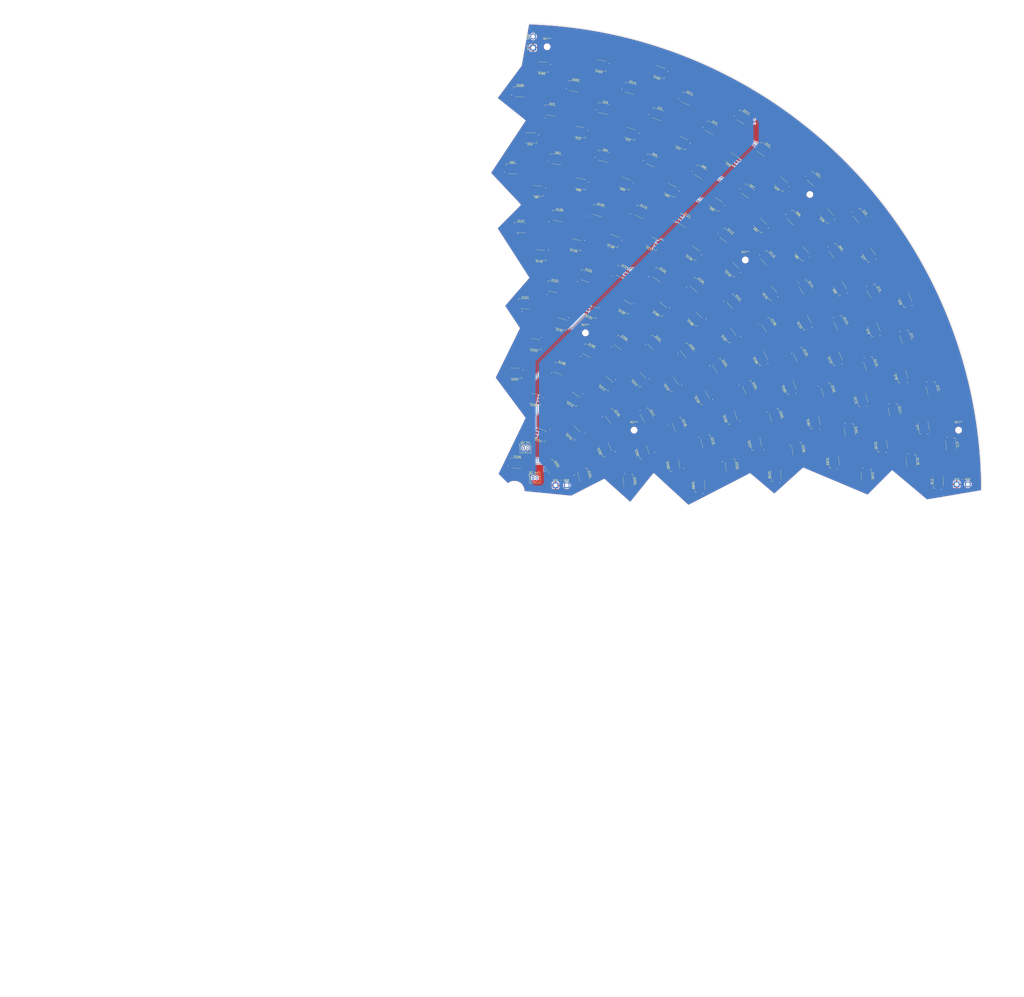
<source format=kicad_pcb>
(kicad_pcb (version 20240108) (generator "pcbnew") (generator_version "8.0")
  (layers (0 "F.Cu" signal) (31 "B.Cu" signal) (34 "B.Paste" user) (35 "F.Paste" user) (36 "B.SilkS" user "B.Silkscreen") (37 "F.SilkS" user "F.Silkscreen") (38 "B.Mask" user) (39 "F.Mask" user) (44 "Edge.Cuts" user))
  (net 0 "")
  (net 1 "VCC")
  (net 2 "GND")
  (net 3 "Net-(D19-CO)")
  (net 4 "Net-(D19-DO)")
  (net 5 "Net-(D20-CO)")
  (net 6 "Net-(D20-DO)")
  (net 7 "Net-(D21-CO)")
  (net 8 "Net-(D21-DO)")
  (net 9 "Net-(D22-DO)")
  (net 10 "Net-(D22-CO)")
  (net 11 "Net-(D23-DO)")
  (net 12 "Net-(D23-CO)")
  (net 13 "Net-(D24-DO)")
  (net 14 "Net-(D24-CO)")
  (net 15 "Net-(D25-CO)")
  (net 16 "Net-(D25-DO)")
  (net 17 "Net-(D26-DO)")
  (net 18 "Net-(D26-CO)")
  (net 19 "Net-(D27-CO)")
  (net 20 "Net-(D27-DO)")
  (net 21 "Net-(D28-DO)")
  (net 22 "Net-(D28-CO)")
  (net 23 "Net-(D29-CO)")
  (net 24 "Net-(D29-DO)")
  (net 25 "Net-(D30-DO)")
  (net 26 "Net-(D30-CO)")
  (net 27 "Net-(D31-DO)")
  (net 28 "Net-(D31-CO)")
  (net 29 "Net-(D32-DO)")
  (net 30 "Net-(D32-CO)")
  (net 31 "Net-(D33-CO)")
  (net 32 "Net-(D33-DO)")
  (net 33 "Net-(D19-DI)")
  (net 34 "Net-(D19-CI)")
  (net 35 "Net-(D26-CI)")
  (net 36 "Net-(D26-DI)")
  (net 37 "Net-(D62-DO)")
  (net 38 "Net-(D62-CO)")
  (net 39 "Net-(D63-CO)")
  (net 40 "Net-(D63-DO)")
  (net 41 "Net-(D64-CO)")
  (net 42 "Net-(D64-DO)")
  (net 43 "Net-(D65-CO)")
  (net 44 "Net-(D65-DO)")
  (net 45 "Net-(D66-CO)")
  (net 46 "Net-(D66-DO)")
  (net 47 "Net-(D67-DO)")
  (net 48 "Net-(D67-CO)")
  (net 49 "Net-(D68-DO)")
  (net 50 "Net-(D68-CO)")
  (net 51 "Net-(D69-DO)")
  (net 52 "Net-(D69-CO)")
  (net 53 "Net-(D70-DO)")
  (net 54 "Net-(D70-CO)")
  (net 55 "Net-(D71-CO)")
  (net 56 "Net-(D71-DO)")
  (net 57 "Net-(D72-DO)")
  (net 58 "Net-(D72-CO)")
  (net 59 "Net-(D76-DO)")
  (net 60 "Net-(D76-CO)")
  (net 61 "Net-(D77-CO)")
  (net 62 "Net-(D77-DO)")
  (net 63 "Net-(D78-DO)")
  (net 64 "Net-(D78-CO)")
  (net 65 "Net-(D79-CO)")
  (net 66 "Net-(D79-DO)")
  (net 67 "Net-(D80-DO)")
  (net 68 "Net-(D80-CO)")
  (net 69 "Net-(D81-DO)")
  (net 70 "Net-(D81-CO)")
  (net 71 "Net-(D82-DO)")
  (net 72 "Net-(D82-CO)")
  (net 73 "Net-(D83-DO)")
  (net 74 "Net-(D83-CO)")
  (net 75 "Net-(D84-CO)")
  (net 76 "Net-(D84-DO)")
  (net 77 "Net-(D85-CO)")
  (net 78 "Net-(D85-DO)")
  (net 79 "Net-(D86-DO)")
  (net 80 "Net-(D86-CO)")
  (net 81 "Net-(D62-CI)")
  (net 82 "Net-(D62-DI)")
  (net 83 "Net-(D118-CO)")
  (net 84 "Net-(D118-DO)")
  (net 85 "Net-(D107-CO)")
  (net 86 "Net-(D107-DO)")
  (net 87 "Net-(D108-DO)")
  (net 88 "Net-(D108-CO)")
  (net 89 "Net-(D109-DO)")
  (net 90 "Net-(D109-CO)")
  (net 91 "Net-(D110-DO)")
  (net 92 "Net-(D110-CO)")
  (net 93 "Net-(D111-DO)")
  (net 94 "Net-(D111-CO)")
  (net 95 "Net-(D112-DO)")
  (net 96 "Net-(D112-CO)")
  (net 97 "Net-(D113-DO)")
  (net 98 "Net-(D113-CO)")
  (net 99 "Net-(D114-DO)")
  (net 100 "Net-(D114-CO)")
  (net 101 "Net-(D115-DO)")
  (net 102 "Net-(D115-CO)")
  (net 103 "Net-(D116-CO)")
  (net 104 "Net-(D116-DO)")
  (net 105 "Net-(D117-DO)")
  (net 106 "Net-(D117-CO)")
  (net 107 "Net-(D107-DI)")
  (net 108 "Net-(D107-CI)")
  (net 109 "Net-(D130-DI)")
  (net 110 "Net-(D130-CI)")
  (net 111 "Net-(D130-DO)")
  (net 112 "Net-(D130-CO)")
  (net 113 "Net-(D131-DO)")
  (net 114 "Net-(D131-CO)")
  (net 115 "Net-(D132-DO)")
  (net 116 "Net-(D132-CO)")
  (net 117 "Net-(D133-DO)")
  (net 118 "Net-(D133-CO)")
  (net 119 "Net-(D134-CO)")
  (net 120 "Net-(D134-DO)")
  (net 121 "Net-(D135-DO)")
  (net 122 "Net-(D135-CO)")
  (net 123 "Net-(D136-CO)")
  (net 124 "Net-(D136-DO)")
  (net 125 "Net-(D137-DO)")
  (net 126 "Net-(D137-CO)")
  (net 127 "Net-(D138-DO)")
  (net 128 "Net-(D138-CO)")
  (net 129 "Net-(D139-CO)")
  (net 130 "Net-(D139-DO)")
  (net 131 "Net-(D151-CO)")
  (net 132 "Net-(D151-DO)")
  (net 133 "Net-(D152-DO)")
  (net 134 "Net-(D152-CO)")
  (net 135 "Net-(D153-DO)")
  (net 136 "Net-(D153-CO)")
  (net 137 "Net-(D154-DO)")
  (net 138 "Net-(D154-CO)")
  (net 139 "Net-(D155-CO)")
  (net 140 "Net-(D155-DO)")
  (net 141 "Net-(D156-DO)")
  (net 142 "Net-(D156-CO)")
  (net 143 "Net-(D157-DO)")
  (net 144 "Net-(D157-CO)")
  (net 145 "Net-(D158-CO)")
  (net 146 "Net-(D158-DO)")
  (net 147 "Net-(D159-CO)")
  (net 148 "Net-(D159-DO)")
  (net 149 "Net-(D160-DO)")
  (net 150 "Net-(D160-CO)")
  (net 151 "Net-(D161-CO)")
  (net 152 "Net-(D161-DO)")
  (net 153 "Net-(D151-CI)")
  (net 154 "Net-(D151-DI)")
  (net 155 "Net-(D183-CI)")
  (net 156 "Net-(D183-DI)")
  (net 157 "Net-(D183-DO)")
  (net 158 "Net-(D183-CO)")
  (net 159 "Net-(D184-DO)")
  (net 160 "Net-(D184-CO)")
  (net 161 "Net-(D185-CO)")
  (net 162 "Net-(D185-DO)")
  (net 163 "Net-(D186-DO)")
  (net 164 "Net-(D186-CO)")
  (net 165 "Net-(D187-CO)")
  (net 166 "Net-(D187-DO)")
  (net 167 "Net-(D188-CO)")
  (net 168 "Net-(D188-DO)")
  (net 169 "Net-(D189-CO)")
  (net 170 "Net-(D189-DO)")
  (net 171 "Net-(D190-CO)")
  (net 172 "Net-(D190-DO)")
  (net 173 "Net-(D191-DO)")
  (net 174 "Net-(D191-CO)")
  (net 175 "Net-(D192-CO)")
  (net 176 "Net-(D192-DO)")
  (net 177 "Net-(D193-DO)")
  (net 178 "Net-(D193-CO)")
  (net 179 "Net-(D197-DI)")
  (net 180 "Net-(D197-CI)")
  (net 181 "Net-(D236-DI)")
  (net 182 "Net-(D236-CI)")
  (net 183 "Net-(D196-DO)")
  (net 184 "Net-(D196-CO)")
  (net 185 "Net-(D197-DO)")
  (net 186 "Net-(D197-CO)")
  (net 187 "Net-(D198-DO)")
  (net 188 "Net-(D198-CO)")
  (net 189 "Net-(D199-DO)")
  (net 190 "Net-(D199-CO)")
  (net 191 "Net-(D200-CO)")
  (net 192 "Net-(D200-DO)")
  (net 193 "Net-(D201-DO)")
  (net 194 "Net-(D201-CO)")
  (net 195 "Net-(D202-CO)")
  (net 196 "Net-(D202-DO)")
  (net 197 "Net-(D203-DO)")
  (net 198 "Net-(D203-CO)")
  (net 199 "Net-(D204-CO)")
  (net 200 "Net-(D204-DO)")
  (net 201 "Net-(D205-CO)")
  (net 202 "Net-(D205-DO)")
  (net 203 "Net-(D245-CI)")
  (net 204 "Net-(D245-DI)")
  (net 205 "Net-(D289-CI)")
  (net 206 "Net-(D289-DI)")
  (net 207 "Net-(D196-CI)")
  (net 208 "Net-(D196-DI)")
  (net 209 "Net-(D236-DO)")
  (net 210 "Net-(D236-CO)")
  (net 211 "Net-(D237-DO)")
  (net 212 "Net-(D237-CO)")
  (net 213 "Net-(D238-DO)")
  (net 214 "Net-(D238-CO)")
  (net 215 "Net-(D239-DO)")
  (net 216 "Net-(D239-CO)")
  (net 217 "Net-(D240-CO)")
  (net 218 "Net-(D240-DO)")
  (net 219 "Net-(D241-DO)")
  (net 220 "Net-(D241-CO)")
  (net 221 "Net-(D242-CO)")
  (net 222 "Net-(D242-DO)")
  (net 223 "Net-(D243-DO)")
  (net 224 "Net-(D243-CO)")
  (net 225 "Net-(D245-DO)")
  (net 226 "Net-(D245-CO)")
  (net 227 "Net-(D246-DO)")
  (net 228 "Net-(D246-CO)")
  (net 229 "Net-(D247-CO)")
  (net 230 "Net-(D247-DO)")
  (net 231 "Net-(D248-DO)")
  (net 232 "Net-(D248-CO)")
  (net 233 "Net-(D249-CO)")
  (net 234 "Net-(D249-DO)")
  (net 235 "Net-(D289-CO)")
  (net 236 "Net-(D289-DO)")
  (net 237 "Net-(D290-CO)")
  (net 238 "Net-(D290-DO)")
  (net 239 "Net-(D291-CO)")
  (net 240 "Net-(D291-DO)")
  (net 241 "Net-(D293-CO)")
  (net 242 "Net-(D293-DO)")
  (net 243 "Net-(D294-DO)")
  (net 244 "Net-(D294-CO)")
  (net 245 "Net-(D464-DO)")
  (net 246 "Net-(D464-CO)")
  (net 247 "Net-(D465-CO)")
  (net 248 "Net-(D465-DO)")
  (net 249 "Net-(D509-DO)")
  (net 250 "Net-(D509-CO)")
  (net 251 "Net-(D510-CO)")
  (net 252 "Net-(D510-DO)")
  (net 253 "Net-(D512-DO)")
  (net 254 "Net-(D512-CO)")
  (net 255 "Net-(D466-DO)")
  (net 256 "Net-(D466-CO)")
  (net 257 "Net-(D508-CO)")
  (net 258 "Net-(D508-DO)")
  (net 259 "Net-(D511-CO)")
  (net 260 "Net-(D511-DO)")
  (footprint "LED_SMD:LED_RGB_5050-6" (layer "F.Cu") (at 467.078716 152.700297 131.4)
    (property "Reference" "D28")
    (property "Value" "APA102")
  )
  (footprint "LED_SMD:LED_RGB_5050-6" (layer "F.Cu") (at 433.450076 117.690299 -36.204)
    (property "Reference" "D23")
    (property "Value" "APA102")
  )
  (footprint "LED_SMD:LED_RGB_5050-6" (layer "F.Cu") (at 305.640155 199.995306 -3.228)
    (property "Reference" "D151")
    (property "Value" "APA102")
  )
  (footprint "LED_SMD:LED_RGB_5050-6" (layer "F.Cu") (at 312.292823 139.508141 175.62)
    (property "Reference" "D87")
    (property "Value" "APA102")
  )
  (footprint "LED_SMD:LED_RGB_5050-6" (layer "F.Cu") (at 392.351537 225.279229 -51.024)
    (property "Reference" "D202")
    (property "Value" "APA102")
  )
  (footprint "LED_SMD:LED_RGB_5050-6" (layer "F.Cu") (at 471.912372 228.833742 112.488)
    (property "Reference" "D132")
    (property "Value" "APA102")
  )
  (footprint "LED_SMD:LED_RGB_5050-6" (layer "F.Cu") (at 334.737619 108.08974 169.74)
    (property "Reference" "D33")
    (property "Value" "APA102")
  )
  (footprint "LED_SMD:LED_RGB_5050-6" (layer "F.Cu") (at 314.074585 269.926655 154.92)
    (property "Reference" "D244")
    (property "Value" "APA102")
  )
  (footprint "LED_SMD:LED_RGB_5050-6" (layer "F.Cu") (at 387.710023 264.826121 -68.148)
    (property "Reference" "D248")
    (property "Value" "APA102")
  )
  (footprint "LED_SMD:LED_RGB_5050-6" (layer "F.Cu") (at 496.572151 275.334452 97.152)
    (property "Reference" "D130")
    (property "Value" "APA102")
  )
  (footprint "LED_SMD:LED_RGB_5050-6" (layer "F.Cu") (at 338.551273 185.20867 -18.564)
    (property "Reference" "D153")
    (property "Value" "APA102")
  )
  (footprint "LED_SMD:LED_RGB_5050-6" (layer "F.Cu") (at 399.008572 296.909286 91.788)
    (property "Reference" "D289")
    (property "Value" "APA102")
  )
  (footprint "LED_SMD:LED_RGB_5050-6" (layer "F.Cu") (at 455.406399 209.711014 120.156)
    (property "Reference" "D133")
    (property "Value" "APA102")
  )
  (footprint "LED_SMD:LED_RGB_5050-6" (layer "F.Cu") (at 345.94175 72.400339 168.588)
    (property "Reference" "D465")
    (property "Value" "APA102")
  )
  (footprint "LED_SMD:LED_RGB_5050-6" (layer "F.Cu") (at 435.306728 175.788127 -47.448)
    (property "Reference" "D113")
    (property "Value" "APA102")
  )
  (footprint "Connector_JST:JST_PH_B2B-PH-K_1x02_P2.00mm_Vertical" (layer "F.Cu") (at 305 277)
    (property "Reference" "Q2 in1")
    (property "Value" "Conn_01x02_Pin")
  )
  (footprint "LED_SMD:LED_RGB_5050-6" (layer "F.Cu") (at 322.782147 122.648727 -7.32)
    (property "Reference" "D63")
    (property "Value" "APA102")
  )
  (footprint "LED_SMD:LED_RGB_5050-6" (layer "F.Cu") (at 415.698386 286.785104 -83.484)
    (property "Reference" "D250")
    (property "Value" "APA102")
  )
  (footprint "LED_SMD:LED_RGB_5050-6" (layer "F.Cu") (at 332.449371 168.247245 166.164)
    (property "Reference" "D139")
    (property "Value" "APA102")
  )
  (footprint "LED_SMD:LED_RGB_5050-6" (layer "F.Cu") (at 366.756973 240.068735 131.916)
    (property "Reference" "D241")
    (property "Value" "APA102")
  )
  (footprint "Connector_JST:JST_PH_B2B-PH-K_1x02_P2.00mm_Vertical" (layer "F.Cu") (at 310 293)
    (property "Reference" "Q2 out1")
    (property "Value" "Conn_01x02_Pin")
  )
  (footprint "LED_SMD:LED_RGB_5050-6" (layer "F.Cu") (at 352.774073 166.052632 158.496)
    (property "Reference" "D138")
    (property "Value" "APA102")
  )
  (footprint "LED_SMD:LED_RGB_5050-6" (layer "F.Cu") (at 339.768596 225.269091 -28.02)
    (property "Reference" "D199")
    (property "Value" "APA102")
  )
  (footprint "LED_SMD:LED_RGB_5050-6" (layer "F.Cu") (at 319.810548 287.398723 -57.54)
    (property "Reference" "D293")
    (property "Value" "APA102")
  )
  (footprint "LED_SMD:LED_RGB_5050-6" (layer "F.Cu") (at 523.295965 245.698416 -76.332)
    (property "Reference" "D72")
    (property "Value" "APA102")
  )
  (footprint "LED_SMD:LED_RGB_5050-6" (layer "F.Cu") (at 405.4546 106.067467 -28.536)
    (property "Reference" "D22")
    (property "Value" "APA102")
  )
  (footprint "LED_SMD:LED_RGB_5050-6" (layer "F.Cu") (at 479.349622 268.078802 -79.908)
    (property "Reference" "D161")
    (property "Value" "APA102")
  )
  (footprint "LED_SMD:LED_RGB_5050-6" (layer "F.Cu") (at 422.223747 100.361312 -31.476)
    (property "Reference" "D512")
    (property "Value" "APA102")
  )
  (footprint "LED_SMD:LED_RGB_5050-6" (layer "F.Cu") (at 359.171728 201.365794 149.04)
    (property "Reference" "D190")
    (property "Value" "APA102")
  )
  (footprint "Connector_Wire:SolderWire-1.5sqmm_1x02_P6mm_D1.7mm_OD3mm" (layer "F.Cu") (at 322 297)
    (property "Reference" "VCC - GND")
    (property "Value" "SolderWire-1.5sqmm_1x02_P6mm_D1.7mm_OD3mm")
  )
  (footprint "LED_SMD:LED_RGB_5050-6" (layer "F.Cu") (at 324.975284 210.693028 164.376)
    (property "Reference" "D192")
    (property "Value" "APA102")
  )
  (footprint "LED_SMD:LED_RGB_5050-6" (layer "F.Cu") (at 331.579068 268.579267 134.856)
    (property "Reference" "D245")
    (property "Value" "APA102")
  )
  (footprint "LED_SMD:LED_RGB_5050-6" (layer "F.Cu") (at 308.547242 111.193367 177.408)
    (property "Reference" "D34")
    (property "Value" "APA102")
  )
  (footprint "LED_SMD:LED_RGB_5050-6" (layer "F.Cu") (at 474.143157 191.419796 121.944)
    (property "Reference" "D80")
    (property "Value" "APA102")
  )
  (footprint "LED_SMD:LED_RGB_5050-6" (layer "F.Cu") (at 460.094461 133.474436 -43.872)
    (property "Reference" "D24")
    (property "Value" "APA102")
  )
  (footprint "LED_SMD:LED_RGB_5050-6" (layer "F.Cu") (at 400.69932 249.617494 116.58)
    (property "Reference" "D239")
    (property "Value" "APA102")
  )
  (footprint "LED_SMD:LED_RGB_5050-6" (layer "F.Cu") (at 397.535743 190.019189 -41.568)
    (property "Reference" "D156")
    (property "Value" "APA102")
  )
  (footprint "LED_SMD:LED_RGB_5050-6" (layer "F.Cu") (at 392.474613 90.411245 -23.808)
    (property "Reference" "D511")
    (property "Value" "APA102")
  )
  (footprint "LED_SMD:LED_RGB_5050-6" (layer "F.Cu") (at 484.765277 153.24155 -51.54)
    (property "Reference" "D25")
    (property "Value" "APA102")
  )
  (footprint "LED_SMD:LED_RGB_5050-6" (layer "F.Cu") (at 490.072821 232.512427 -70.452)
    (property "Reference" "D116")
    (property "Value" "APA102")
  )
  (footprint "LED_SMD:LED_RGB_5050-6" (layer "F.Cu") (at 319.705772 96.538867 -5.532)
    (property "Reference" "D19")
    (property "Value" "APA102")
  )
  (footprint "LED_SMD:LED_RGB_5050-6" (layer "F.Cu") (at 533.500949 275.458061 -84)
    (property "Reference" "D73")
    (property "Value" "APA102")
  )
  (footprint "MountingHole:MountingHole_3.2mm_M3" (layer "F.Cu") (at 537.5 267.5)
    (property "Reference" "REF**")
    (property "Value" "MountingHole_3.2mm_M3")
  )
  (footprint "LED_SMD:LED_RGB_5050-6" (layer "F.Cu") (at 416.613722 181.366152 135.492)
    (property "Reference" "D135")
    (property "Value" "APA102")
  )
  (footprint "MountingHole:MountingHole_3.2mm_M3" (layer "F.Cu") (at 317.5 62.5)
    (property "Reference" "REF**")
    (property "Value" "MountingHole_3.2mm_M3")
  )
  (footprint "LED_SMD:LED_RGB_5050-6" (layer "F.Cu") (at 347.953682 95.54843 -13.2)
    (property "Reference" "D20")
    (property "Value" "APA102")
  )
  (footprint "LED_SMD:LED_RGB_5050-6" (layer "F.Cu") (at 374.565904 221.027372 -43.356)
    (property "Reference" "D201")
    (property "Value" "APA102")
  )
  (footprint "LED_SMD:LED_RGB_5050-6" (layer "F.Cu") (at 526.607992 294.968342 91.272)
    (property "Reference" "D76")
    (property "Value" "APA102")
  )
  (footprint "LED_SMD:LED_RGB_5050-6" (layer "F.Cu") (at 321.004961 190.881754 -10.896)
    (property "Reference" "D152")
    (property "Value" "APA102")
  )
  (footprint "LED_SMD:LED_RGB_5050-6" (layer "F.Cu") (at 507.188603 238.202893 106.608)
    (property "Reference" "D78")
    (property "Value" "APA102")
  )
  (footprint "LED_SMD:LED_RGB_5050-6" (layer "F.Cu") (at 362.261113 84.855156 -16.14)
    (property "Reference" "D510")
    (property "Value" "APA102")
  )
  (footprint "LED_SMD:LED_RGB_5050-6" (layer "F.Cu") (at 361.83423 108.876929 162.072)
    (property "Reference" "D32")
    (property "Value" "APA102")
  )
  (footprint "LED_SMD:LED_RGB_5050-6" (layer "F.Cu") (at 413.418557 163.774155 -39.78)
    (property "Reference" "D112")
    (property "Value" "APA102")
  )
  (footprint "LED_SMD:LED_RGB_5050-6" (layer "F.Cu") (at 303.540133 159.172206 -1.44)
    (property "Reference" "D107")
    (property "Value" "APA102")
  )
  (footprint "LED_SMD:LED_RGB_5050-6" (layer "F.Cu") (at 415.839832 260.312053 108.912)
    (property "Reference" "D238")
    (property "Value" "APA102")
  )
  (footprint "LED_SMD:LED_RGB_5050-6" (layer "F.Cu") (at 324.223038 234.698817 -20.352)
    (property "Reference" "D198")
    (property "Value" "APA102")
  )
  (footprint "LED_SMD:LED_RGB_5050-6" (layer "F.Cu") (at 455.755014 191.408446 -55.116)
    (property "Reference" "D114")
    (property "Value" "APA102")
  )
  (footprint "LED_SMD:LED_RGB_5050-6" (layer "F.Cu") (at 310.972417 221.489771 172.044)
    (property "Reference" "D193")
    (property "Value" "APA102")
  )
  (footprint "LED_SMD:LED_RGB_5050-6" (layer "F.Cu") (at 491.969603 193.57199 -60.996)
    (property "Reference" "D70")
    (property "Value" "APA102")
  )
  (footprint "Connector_Wire:SolderWire-1.5sqmm_1x02_P6mm_D1.7mm_OD3mm" (layer "F.Cu") (at 310 63 90)
    (property "Reference" "VCC - GND")
    (property "Value" "SolderWire-1.5sqmm_1x02_P6mm_D1.7mm_OD3mm")
  )
  (footprint "LED_SMD:LED_RGB_5050-6" (layer "F.Cu") (at 356.804592 220.913096 -35.688)
    (property "Reference" "D200")
    (property "Value" "APA102")
  )
  (footprint "LED_SMD:LED_RGB_5050-6" (layer "F.Cu") (at 453.690754 172.801722 129.612)
    (property "Reference" "D81")
    (property "Value" "APA102")
  )
  (footprint "LED_SMD:LED_RGB_5050-6" (layer "F.Cu") (at 492.147394 213.339001 114.276)
    (property "Reference" "D79")
    (property "Value" "APA102")
  )
  (footprint "LED_SMD:LED_RGB_5050-6" (layer "F.Cu") (at 451.279445 277.919929 -81.696)
    (property "Reference" "D206")
    (property "Value" "APA102")
  )
  (footprint "LED_SMD:LED_RGB_5050-6" (layer "F.Cu") (at 471.769851 172.097231 -53.328)
    (property "Reference" "D69")
    (property "Value" "APA102")
  )
  (footprint "LED_SMD:LED_RGB_5050-6" (layer "F.Cu") (at 439.814714 291.262399 93.576)
    (property "Reference" "D236")
    (property "Value" "APA102")
  )
  (footprint "LED_SMD:LED_RGB_5050-6" (layer "F.Cu") (at 349.08952 242.352632 139.584)
    (property "Reference" "D242")
    (property "Value" "APA102")
  )
  (footprint "LED_SMD:LED_RGB_5050-6" (layer "F.Cu") (at 331.624476 250.830472 147.252)
    (property "Reference" "D243")
    (property "Value" "APA102")
  )
  (footprint "LED_SMD:LED_RGB_5050-6" (layer "F.Cu") (at 347.887936 121.129947 -14.988)
    (property "Reference" "D64")
    (property "Value" "APA102")
  )
  (footprint "LED_SMD:LED_RGB_5050-6" (layer "F.Cu") (at 470.820084 283.961029 95.364)
    (property "Reference" "D183")
    (property "Value" "APA102")
  )
  (footprint "LED_SMD:LED_RGB_5050-6" (layer "F.Cu") (at 383.369998 139.052979 152.616)
    (property "Reference" "D84")
    (property "Value" "APA102")
  )
  (footprint "LED_SMD:LED_RGB_5050-6" (layer "F.Cu") (at 407.705605 146.477192 144.948)
    (property "Reference" "D83")
    (property "Value" "APA102")
  )
  (footprint "LED_SMD:LED_RGB_5050-6" (layer "F.Cu") (at 314.832566 73.33506 176.256)
    (property "Reference" "D466")
    (property "Value" "APA102")
  )
  (footprint "LED_SMD:LED_RGB_5050-6" (layer "F.Cu") (at 512.292985 284.365474 -85.788)
    (property "Reference" "D118")
    (property "Value" "APA102")
  )
  (footprint "LED_SMD:LED_RGB_5050-6" (layer "F.Cu") (at 439.51099 260.06964 -74.028)
    (property "Reference" "D205")
    (property "Value" "APA102")
  )
  (footprint "LED_SMD:LED_RGB_5050-6" (layer "F.Cu") (at 449.251385 154.14811 -45.66)
    (property "Reference" "D68")
    (property "Value" "APA102")
  )
  (footprint "LED_SMD:LED_RGB_5050-6" (layer "F.Cu") (at 302.994218 86.635793 -0.804)
    (property "Reference" "D508")
    (property "Value" "APA102")
  )
  (footprint "LED_SMD:LED_RGB_5050-6" (layer "F.Cu") (at 474.189387 210.417315 -62.784)
    (property "Reference" "D115")
    (property "Value" "APA102")
  )
  (footprint "LED_SMD:LED_RGB_5050-6" (layer "F.Cu") (at 313.631646 173.862463 173.832)
    (property "Reference" "D140")
    (property "Value" "APA102")
  )
  (footprint "LED_SMD:LED_RGB_5050-6" (layer "F.Cu") (at 395.477742 172.557853 143.16)
    (property "Reference" "D136")
    (property "Value" "APA102")
  )
  (footprint "LED_SMD:LED_RGB_5050-6" (layer "F.Cu") (at 376.743923 98.690237 -20.868)
    (property "Reference" "D21")
    (property "Value" "APA102")
  )
  (footprint "LED_SMD:LED_RGB_5050-6" (layer "F.Cu") (at 373.695635 123.444192 -22.656)
    (property "Reference" "D65")
    (property "Value" "APA102")
  )
  (footprint "LED_SMD:LED_RGB_5050-6" (layer "F.Cu") (at 345.155267 150.21181 -16.776)
    (property "Reference" "D109")
    (property "Value" "APA102")
  )
  (footprint "MountingHole:MountingHole_3.2mm_M3" (layer "F.Cu") (at 458 141.5)
    (property "Reference" "REF**" (hide yes))
    (property "Value" "MountingHole_3.2mm_M3")
  )
  (footprint "LED_SMD:LED_RGB_5050-6" (layer "F.Cu") (at 417.151431 199.005979 -49.236)
    (property "Reference" "D157")
    (property "Value" "APA102")
  )
  (footprint "LED_SMD:LED_RGB_5050-6" (layer "F.Cu") (at 332.226546 83.643928 -8.472)
    (property "Reference" "D509")
    (property "Value" "APA102")
  )
  (footprint "LED_SMD:LED_RGB_5050-6" (layer "F.Cu") (at 452.61152 227.443305 -64.572)
    (property "Reference" "D159")
    (property "Value" "APA102")
  )
  (footprint "LED_SMD:LED_RGB_5050-6" (layer "F.Cu") (at 431.348447 157.758707 137.28)
    (property "Reference" "D82")
    (property "Value" "APA102")
  )
  (footprint "LED_SMD:LED_RGB_5050-6" (layer "F.Cu") (at 414.861399 216.437993 126.036)
    (property "Reference" "D187")
    (property "Value" "APA102")
  )
  (footprint "LED_SMD:LED_RGB_5050-6" (layer "F.Cu") (at 424.994082 139.968817 -37.992)
    (property "Reference" "D67")
    (property "Value" "APA102")
  )
  (footprint "LED_SMD:LED_RGB_5050-6" (layer "F.Cu") (at 431.960711 228.744328 118.368)
    (property "Reference" "D186")
    (property "Value" "APA102")
  )
  (footprint "LED_SMD:LED_RGB_5050-6" (layer "F.Cu") (at 460.444456 262.864081 103.032)
    (property "Reference" "D184")
    (property "Value" "APA102")
  )
  (footprint "LED_SMD:LED_RGB_5050-6" (layer "F.Cu") (at 518.806903 265.579234 98.94)
    (property "Reference" "D77")
    (property "Value" "APA102")
  )
  (footprint "LED_SMD:LED_RGB_5050-6" (layer "F.Cu") (at 300.316671 237.000795 179.712)
    (property "Reference" "D194")
    (property "Value" "APA102")
  )
  (footprint "LED_SMD:LED_RGB_5050-6" (layer "F.Cu") (at 336.975708 291.873069 -77.604)
    (property "Reference" "D294")
    (property "Value" "APA102")
  )
  (footprint "LED_SMD:LED_RGB_5050-6" (layer "F.Cu") (at 373.990741 167.4571 150.828)
    (property "Reference" "D137")
    (property "Value" "APA102")
  )
  (footprint "LED_SMD:LED_RGB_5050-6" (layer "F.Cu") (at 425.414741 245.103346 -66.36)
    (property "Reference" "D204")
    (property "Value" "APA102")
  )
  (footprint "LED_SMD:LED_RGB_5050-6" (layer "F.Cu") (at 436.787017 193.805311 127.824)
    (property "Reference" "D134")
    (property "Value" "APA102")
  )
  (footprint "LED_SMD:LED_RGB_5050-6" (layer "F.Cu") (at 341.310696 204.040756 156.708)
    (property "Reference" "D191")
    (property "Value" "APA102")
  )
  (footprint "LED_SMD:LED_RGB_5050-6" (layer "F.Cu") (at 467.325262 246.406563 -72.24)
    (property "Reference" "D160")
    (property "Value" "APA102")
  )
  (footprint "LED_SMD:LED_RGB_5050-6" (layer "F.Cu") (at 385.408703 285.774902 99.456)
    (property "Reference" "D290")
    (property "Value" "APA102")
  )
  (footprint "LED_SMD:LED_RGB_5050-6" (layer "F.Cu") (at 384.149891 242.708677 124.248)
    (property "Reference" "D240")
    (property "Value" "APA102")
  )
  (footprint "LED_SMD:LED_RGB_5050-6" (layer "F.Cu") (at 488.247169 292.031113 -87.576)
    (property "Reference" "D162")
    (property "Value" "APA102")
  )
  (footprint "LED_SMD:LED_RGB_5050-6" (layer "F.Cu") (at 357.594195 183.117971 -26.232)
    (property "Reference" "D154")
    (property "Value" "APA102")
  )
  (footprint "LED_SMD:LED_RGB_5050-6" (layer "F.Cu") (at 352.238743 260.365877 -52.812)
    (property "Reference" "D246")
    (property "Value" "APA102")
  )
  (footprint "LED_SMD:LED_RGB_5050-6" (layer "F.Cu") (at 502.916956 257.312661 -78.12)
    (property "Reference" "D117")
    (property "Value" "APA102")
  )
  (footprint "LED_SMD:LED_RGB_5050-6" (layer "F.Cu") (at 358.954966 135.489933 160.284)
    (property "Reference" "D85")
    (property "Value" "APA102")
  )
  (footprint "LED_SMD:LED_RGB_5050-6" (layer "F.Cu") (at 409.505693 233.39855 -58.692)
    (property "Reference" "D203")
    (property "Value" "APA102")
  )
  (footprint "LED_SMD:LED_RGB_5050-6" (layer "F.Cu") (at 442.484366 135.697062 139.068)
    (property "Reference" "D29")
    (property "Value" "APA102")
  )
  (footprint "LED_SMD:LED_RGB_5050-6" (layer "F.Cu") (at 323.564438 153.013717 -9.108)
    (property "Reference" "D108")
    (property "Value" "APA102")
  )
  (footprint "LED_SMD:LED_RGB_5050-6" (layer "F.Cu") (at 396.613183 207.661531 133.704)
    (property "Reference" "D188")
    (property "Value" "APA102")
  )
  (footprint "LED_SMD:LED_RGB_5050-6" (layer "F.Cu") (at 429.039332 274.346528 101.244)
    (property "Reference" "D237")
    (property "Value" "APA102")
  )
  (footprint "LED_SMD:LED_RGB_5050-6" (layer "F.Cu") (at 485.788474 250.843181 104.82)
    (property "Reference" "D131")
    (property "Value" "APA102")
  )
  (footprint "LED_SMD:LED_RGB_5050-6" (layer "F.Cu") (at 399.603079 129.713545 -30.324)
    (property "Reference" "D66")
    (property "Value" "APA102")
  )
  (footprint "LED_SMD:LED_RGB_5050-6" (layer "F.Cu") (at 390.689418 155.495919 -32.112)
    (property "Reference" "D111")
    (property "Value" "APA102")
  )
  (footprint "MountingHole:MountingHole_3.2mm_M3" (layer "F.Cu") (at 364 267.5)
    (property "Reference" "REF**")
    (property "Value" "MountingHole_3.2mm_M3")
  )
  (footprint "LED_SMD:LED_RGB_5050-6" (layer "F.Cu") (at 489.512241 173.458068 123.732)
    (property "Reference" "D27")
    (property "Value" "APA102")
  )
  (footprint "LED_SMD:LED_RGB_5050-6" (layer "F.Cu") (at 402.8119 274.015136 -75.816)
    (property "Reference" "D249")
    (property "Value" "APA102")
  )
  (footprint "LED_SMD:LED_RGB_5050-6" (layer "F.Cu") (at 348.605273 277.549445 114.792)
    (property "Reference" "D292")
    (property "Value" "APA102")
  )
  (footprint "LED_SMD:LED_RGB_5050-6" (layer "F.Cu") (at 447.332434 244.327712 110.7)
    (property "Reference" "D185")
    (property "Value" "APA102")
  )
  (footprint "LED_SMD:LED_RGB_5050-6" (layer "F.Cu") (at 377.833286 202.597589 141.372)
    (property "Reference" "D189")
    (property "Value" "APA102")
  )
  (footprint "LED_SMD:LED_RGB_5050-6" (layer "F.Cu") (at 311.056907 250.872667 167.316)
    (property "Reference" "D197")
    (property "Value" "APA102")
  )
  (footprint "LED_SMD:LED_RGB_5050-6" (layer "F.Cu") (at 509.308832 218.242355 -68.664)
    (property "Reference" "D71")
    (property "Value" "APA102")
  )
  (footprint "LED_SMD:LED_RGB_5050-6" (layer "F.Cu") (at 389.23833 113.711861 154.404)
    (property "Reference" "D31")
    (property "Value" "APA102")
  )
  (footprint "LED_SMD:LED_RGB_5050-6" (layer "F.Cu") (at 368.793289 278.804873 107.124)
    (property "Reference" "D291")
    (property "Value" "APA102")
  )
  (footprint "LED_SMD:LED_RGB_5050-6" (layer "F.Cu") (at 435.704972 211.548541 -56.904)
    (property "Reference" "D158")
    (property "Value" "APA102")
  )
  (footprint "MountingHole:MountingHole_3.2mm_M3" (layer "F.Cu") (at 338 215.5)
    (property "Reference" "REF**")
    (property "Value" "MountingHole_3.2mm_M3")
  )
  (footprint "LED_SMD:LED_RGB_5050-6" (layer "F.Cu") (at 377.471879 184.70968 -33.9)
    (property "Reference" "D155")
    (property "Value" "APA102")
  )
  (footprint "LED_SMD:LED_RGB_5050-6" (layer "F.Cu") (at 335.066819 135.700522 167.952)
    (property "Reference" "D86")
    (property "Value" "APA102")
  )
  (footprint "LED_SMD:LED_RGB_5050-6" (layer "F.Cu") (at 301.298327 285.207625 -5.016)
    (property "Reference" "D196")
    (property "Value" "APA102")
  )
  (footprint "LED_SMD:LED_RGB_5050-6" (layer "F.Cu") (at 509.216097 197.669044 116.064)
    (property "Reference" "D26")
    (property "Value" "APA102")
  )
  (footprint "Connector_Wire:SolderWire-1.5sqmm_1x02_P6mm_D1.7mm_OD3mm" (layer "F.Cu") (at 536.5 296.5)
    (property "Reference" "VCC - GND")
    (property "Value" "SolderWire-1.5sqmm_1x02_P6mm_D1.7mm_OD3mm")
  )
  (footprint "MountingHole:MountingHole_3.2mm_M3" (layer "F.Cu") (at 423.5 176.5)
    (property "Reference" "REF**")
    (property "Value" "MountingHole_3.2mm_M3")
  )
  (footprint "LED_SMD:LED_RGB_5050-6" (layer "F.Cu") (at 377.512796 75.903444 160.92)
    (property "Reference" "D464")
    (property "Value" "APA102")
  )
  (footprint "LED_SMD:LED_RGB_5050-6" (layer "F.Cu") (at 367.730887 150.992359 -24.444)
    (property "Reference" "D110")
    (property "Value" "APA102")
  )
  (footprint "LED_SMD:LED_RGB_5050-6" (layer "F.Cu") (at 370.77435 259.925179 -60.48)
    (property "Reference" "D247")
    (property "Value" "APA102")
  )
  (footprint "LED_SMD:LED_RGB_5050-6" (layer "F.Cu") (at 298.954029 127.790372 0.348)
    (property "Reference" "D62")
    (property "Value" "APA102")
  )
  (footprint "LED_SMD:LED_RGB_5050-6" (layer "F.Cu") (at 361.01666 294.953496 -85.272)
    (property "Reference" "D295")
    (property "Value" "APA102")
  )
  (footprint "LED_SMD:LED_RGB_5050-6" (layer "F.Cu") (at 416.330629 122.66082 146.736)
    (property "Reference" "D30")
    (property "Value" "APA102")
  )
  (gr_line (start 307.5 186) (end 294.5 201) (stroke (width 0.05)) (layer "Edge.Cuts"))
  (gr_line (start 307.499624 50.112514) (end 303.5 72.5) (stroke (width 0.05)) (layer "Edge.Cuts"))
  (gr_line (start 374.5 291) (end 362 306.5) (stroke (width 0.05)) (layer "Edge.Cuts"))
  (gr_line (start 502 289.5) (end 489 302.5) (stroke (width 0.05)) (layer "Edge.Cuts"))
  (gr_line (start 302.5 213) (end 289.5 239.5) (stroke (width 0.05)) (layer "Edge.Cuts"))
  (gr_line (start 330.5 303) (end 304.925182 300.492518) (stroke (width 0.05)) (layer "Edge.Cuts"))
  (gr_line (start 520.5 305) (end 502 289.5) (stroke (width 0.05)) (layer "Edge.Cuts"))
  (gr_line (start 454.5 288) (end 439 302) (stroke (width 0.05)) (layer "Edge.Cuts"))
  (gr_line (start 287 130) (end 303 147) (stroke (width 0.05)) (layer "Edge.Cuts"))
  (gr_line (start 426 291) (end 393 308) (stroke (width 0.05)) (layer "Edge.Cuts"))
  (gr_line (start 289.5 239.5) (end 305.5 261) (stroke (width 0.05)) (layer "Edge.Cuts"))
  (gr_line (start 291 291) (end 296.5 296.5) (stroke (width 0.05)) (layer "Edge.Cuts"))
  (gr_line (start 303 147) (end 290.5 159.5) (stroke (width 0.05)) (layer "Edge.Cuts"))
  (gr_line (start 348 294) (end 330.5 303) (stroke (width 0.05)) (layer "Edge.Cuts"))
  (gr_line (start 489 302.5) (end 454.5 288) (stroke (width 0.05)) (layer "Edge.Cuts"))
  (gr_arc (start 307.499624 50.112514) (mid 479.408619 125.895012) (end 550 300) (stroke (width 0.2)) (layer "Edge.Cuts"))
  (gr_line (start 305.5 102) (end 287 130) (stroke (width 0.05)) (layer "Edge.Cuts"))
  (gr_line (start 393 308) (end 374.5 291) (stroke (width 0.05)) (layer "Edge.Cuts"))
  (gr_line (start 362 306.5) (end 348 294) (stroke (width 0.05)) (layer "Edge.Cuts"))
  (gr_line (start 294.5 201) (end 302.5 213) (stroke (width 0.05)) (layer "Edge.Cuts"))
  (gr_line (start 290.5 90) (end 305.5 102) (stroke (width 0.05)) (layer "Edge.Cuts"))
  (gr_line (start 303.5 72.5) (end 290.5 90) (stroke (width 0.05)) (layer "Edge.Cuts"))
  (gr_line (start 290.5 159.5) (end 307.5 186) (stroke (width 0.05)) (layer "Edge.Cuts"))
  (gr_line (start 439 302) (end 426 291) (stroke (width 0.05)) (layer "Edge.Cuts"))
  (gr_line (start 550 300) (end 520.5 305) (stroke (width 0.05)) (layer "Edge.Cuts"))
  (gr_line (start 305.5 261) (end 291 291) (stroke (width 0.05)) (layer "Edge.Cuts"))
  (gr_arc (start 296.5 296.5) (mid 302.119631 295.527063) (end 304.925182 300.492518) (stroke (width 0.05)) (layer "Edge.Cuts"))
  (segment (start 511.797713 199.078036) (end 512.676462 200.874643) (width 0.8) (layer "F.Cu") (net 2))
  (segment (start 373.902069 280.597931) (end 375 279.5) (width 0.8) (layer "F.Cu") (net 2))
  (segment (start 370.269533 222) (end 370 222) (width 0.8) (layer "F.Cu") (net 2))
  (segment (start 369.625282 240.718966) (end 370.344248 240) (width 0.8) (layer "F.Cu") (net 2))
  (segment (start 458.081976 210.932197) (end 459.086688 212.661518) (width 0.8) (layer "F.Cu") (net 2))
  (segment (start 400.782629 299.255075) (end 400.845031 301.254101) (width 0.8) (layer "F.Cu") (net 2))
  (segment (start 380.769448 202.767749) (end 381.537197 202) (width 0.8) (layer "F.Cu") (net 2))
  (segment (start 386.282981 138.647359) (end 388.058868 139.567262) (width 0.8) (layer "F.Cu") (net 2))
  (segment (start 452.987883 190.411957) (end 451.84405 188.771334) (width 0.8) (layer "F.Cu") (net 2))
  (segment (start 301.09817 161.59817) (end 302 162.5) (width 0.8) (layer "F.Cu") (net 2))
  (segment (start 449.250648 275.790614) (end 447.790614 275.790614) (width 0.8) (layer "F.Cu") (net 2))
  (segment (start 335.186278 167.170514) (end 336.329486 167.170514) (width 0.8) (layer "F.Cu") (net 2))
  (segment (start 393.31083 191) (end 392 191) (width 0.8) (layer "F.Cu") (net 2))
  (segment (start 394.612174 189.698656) (end 393.31083 191) (width 0.8) (layer "F.Cu") (net 2))
  (segment (start 506.852136 216.625365) (end 506.124463 214.76244) (width 0.8) (layer "F.Cu") (net 2))
  (segment (start 383.768677 263.231323) (end 385.238867 263.231323) (width 0.8) (layer "F.Cu") (net 2))
  (segment (start 378.057529 166) (end 379.5 166) (width 0.8) (layer "F.Cu") (net 2))
  (segment (start 380.336657 75.081368) (end 382.226783 75.735144) (width 0.8) (layer "F.Cu") (net 2))
  (segment (start 456.530604 173.566738) (end 457.805774 175.107497) (width 0.8) (layer "F.Cu") (net 2))
  (segment (start 399.500384 208.22195) (end 399.722334 208) (width 0.8) (layer "F.Cu") (net 2))
  (segment (start 301.09817 160.811357) (end 301.09817 161.59817) (width 0.8) (layer "F.Cu") (net 2))
  (segment (start 500.759298 255.314034) (end 500.347573 253.356873) (width 0.8) (layer "F.Cu") (net 2))
  (segment (start 472.736998 286.191597) (end 472.923963 288.182838) (width 0.8) (layer "F.Cu") (net 2))
  (segment (start 410.486409 163.544998) (end 408.949396 162.265316) (width 0.8) (layer "F.Cu") (net 2))
  (segment (start 303.148237 201.557466) (end 303.148237 203.148237) (width 0.8) (layer "F.Cu") (net 2))
  (segment (start 352 222.757322) (end 352 223) (width 0.8) (layer "F.Cu") (net 2))
  (segment (start 396.673125 129.969224) (end 394.946757 128.959446) (width 0.8) (layer "F.Cu") (net 2))
  (segment (start 481.941381 152.419594) (end 480.697445 150.853509) (width 0.8) (layer "F.Cu") (net 2))
  (segment (start 364.842543 151.546854) (end 364.389397 152) (width 0.8) (layer "F.Cu") (net 2))
  (segment (start 399.104865 272.104865) (end 398.5 271.5) (width 0.8) (layer "F.Cu") (net 2))
  (segment (start 417.769357 217.5) (end 421 217.5) (width 0.8) (layer "F.Cu") (net 2))
  (segment (start 298.758881 286.691273) (end 296.766541 286.516406) (width 0.8) (layer "F.Cu") (net 2))
  (segment (start 422.8086 243.5) (end 420 243.5) (width 0.8) (layer "F.Cu") (net 2))
  (segment (start 417.648005 217.378648) (end 417.769357 217.5) (width 0.8) (layer "F.Cu") (net 2))
  (segment (start 348.415225 260.5) (end 347 260.5) (width 0.8) (layer "F.Cu") (net 2))
  (segment (start 327.744453 209.702219) (end 327.744453 208.755547) (width 0.8) (layer "F.Cu") (net 2))
  (segment (start 399.722334 208) (end 402.5 208) (width 0.8) (layer "F.Cu") (net 2))
  (segment (start 449.771029 245.97187) (end 450.477978 247.842758) (width 0.8) (layer "F.Cu") (net 2))
  (segment (start 348.630668 71.208819) (end 350.591127 71.604544) (width 0.8) (layer "F.Cu") (net 2))
  (segment (start 434.596883 230.048397) (end 435.547148 231.808225) (width 0.8) (layer "F.Cu") (net 2))
  (segment (start 403.29352 251.003178) (end 403.296698 251) (width 0.8) (layer "F.Cu") (net 2))
  (segment (start 510.421303 282.096816) (end 510.274409 280.102218) (width 0.8) (layer "F.Cu") (net 2))
  (segment (start 432.431378 175.169773) (end 431.07886 173.696446) (width 0.8) (layer "F.Cu") (net 2))
  (segment (start 463.139493 244.639493) (end 462.5 244) (width 0.8) (layer "F.Cu") (net 2))
  (segment (start 488.045802 252.728512) (end 488.557368 254.66198) (width 0.8) (layer "F.Cu") (net 2))
  (segment (start 319 267.373163) (end 319 267) (width 0.8) (layer "F.Cu") (net 2))
  (segment (start 303.148237 203.148237) (end 304 204) (width 0.8) (layer "F.Cu") (net 2))
  (segment (start 390.362998 287.862998) (end 390.5 288) (width 0.8) (layer "F.Cu") (net 2))
  (segment (start 520.859211 267.685897) (end 521.170011 269.6616) (width 0.8) (layer "F.Cu") (net 2))
  (segment (start 382 265) (end 383.768677 263.231323) (width 0.8) (layer "F.Cu") (net 2))
  (segment (start 364.640994 107.998246) (end 366.543882 108.613889) (width 0.8) (layer "F.Cu") (net 2))
  (segment (start 311.021668 109.603644) (end 313.019621 109.694091) (width 0.8) (layer "F.Cu") (net 2))
  (segment (start 376.914962 167.142567) (end 378.057529 166) (width 0.8) (layer "F.Cu") (net 2))
  (segment (start 345.129937 122.151434) (end 343.197977 121.634201) (width 0.8) (layer "F.Cu") (net 2))
  (segment (start 313.584617 218.915383) (end 314.5 218) (width 0.8) (layer "F.Cu") (net 2))
  (segment (start 402.53405 106.41444) (end 400.777016 105.459019) (width 0.8) (layer "F.Cu") (net 2))
  (segment (start 387.14161 243.5) (end 389.5 243.5) (width 0.8) (layer "F.Cu") (net 2))
  (segment (start 450.045703 226.005744) (end 449.551447 226.5) (width 0.8) (layer "F.Cu") (net 2))
  (segment (start 449.551447 226.5) (end 448 226.5) (width 0.8) (layer "F.Cu") (net 2))
  (segment (start 355.630175 165.350724) (end 357.490958 166.083856) (width 0.8) (layer "F.Cu") (net 2))
  (segment (start 419.26984 122.555755) (end 420.942144 123.65275) (width 0.8) (layer "F.Cu") (net 2))
  (segment (start 353.863567 220.893755) (end 352 222.757322) (width 0.8) (layer "F.Cu") (net 2))
  (segment (start 509.503657 240.016874) (end 510.075301 241.933439) (width 0.8) (layer "F.Cu") (net 2))
  (segment (start 477.255376 266.013825) (end 476.904918 264.04477) (width 0.8) (layer "F.Cu") (net 2))
  (segment (start 420.031499 262.031499) (end 420.5 262.5) (width 0.8) (layer "F.Cu") (net 2))
  (segment (start 469.941053 153.376333) (end 471.263676 154.876555) (width 0.8) (layer "F.Cu") (net 2))
  (segment (start 474.401079 230.401011) (end 475.166058 232.24893) (width 0.8) (layer "F.Cu") (net 2))
  (segment (start 316.968908 269.404255) (end 319 267.373163) (width 0.8) (layer "F.Cu") (net 2))
  (segment (start 531.559392 273.248908) (end 531.350336 271.259865) (width 0.8) (layer "F.Cu") (net 2))
  (segment (start 359.483133 85.820986) (end 357.561963 85.265016) (width 0.8) (layer "F.Cu") (net 2))
  (segment (start 406.037511 233) (end 404.5 233) (width 0.8) (layer "F.Cu") (net 2))
  (segment (start 432.97028 210.466197) (end 432.936477 210.5) (width 0.8) (layer "F.Cu") (net 2))
  (segment (start 345.5 202.115614) (end 345.5 202) (width 0.8) (layer "F.Cu") (net 2))
  (segment (start 318.326883 194.173117) (end 317.5 195) (width 0.8) (layer "F.Cu") (net 2))
  (segment (start 486.447184 289.705162) (end 486.362596 287.706952) (width 0.8) (layer "F.Cu") (net 2))
  (segment (start 389.592602 90.997765) (end 387.762796 90.190419) (width 0.8) (layer "F.Cu") (net 2))
  (segment (start 317.153067 99.846933) (end 316.5 100.5) (width 0.8) (layer "F.Cu") (net 2))
  (segment (start 334.562623 250.698942) (end 336.5 248.761565) (width 0.8) (layer "F.Cu") (net 2))
  (segment (start 492.258779 174.50999) (end 493.369396 176.173278) (width 0.8) (layer "F.Cu") (net 2))
  (segment (start 334.476953 269.081527) (end 334.55848 269) (width 0.8) (layer "F.Cu") (net 2))
  (segment (start 476.855535 192.5569) (end 477.913715 194.254031) (width 0.8) (layer "F.Cu") (net 2))
  (segment (start 349.433789 259.481436) (end 348.415225 260.5) (width 0.8) (layer "F.Cu") (net 2))
  (segment (start 381.537197 202) (end 383 202) (width 0.8) (layer "F.Cu") (net 2))
  (segment (start 313.584617 220.138324) (end 313.584617 218.915383) (width 0.8) (layer "F.Cu") (net 2))
  (segment (start 353.272029 185) (end 352.5 185) (width 0.8) (layer "F.Cu") (net 2))
  (segment (start 431.174671 276.368982) (end 431.868982 276.368982) (width 0.8) (layer "F.Cu") (net 2))
  (segment (start 414.094986 198.5) (end 412 198.5) (width 0.8) (layer "F.Cu") (net 2))
  (segment (start 320.187628 154.312372) (end 318.5 156) (width 0.8) (layer "F.Cu") (net 2))
  (segment (start 321.381625 235.458005) (end 321.381625 235.618375) (width 0.8) (layer "F.Cu") (net 2))
  (segment (start 494.68379 214.827857) (end 495.506055 216.651008) (width 0.8) (layer "F.Cu") (net 2))
  (segment (start 337.402037 106.8444) (end 339.370056 107.20063) (width 0.8) (layer "F.Cu") (net 2))
  (segment (start 344.18731 203.428304) (end 345.5 202.115614) (width 0.8) (layer "F.Cu") (net 2))
  (segment (start 335.734931 186.104063) (end 333.838994 188) (width 0.8) (layer "F.Cu") (net 2))
  (segment (start 334.55848 269) (end 338 269) (width 0.8) (layer "F.Cu") (net 2))
  (segment (start 387.592857 155.5) (end 385 155.5) (width 0.8) (layer "F.Cu") (net 2))
  (segment (start 316.200407 172.430171) (end 316.758658 172.430171) (width 0.8) (layer "F.Cu") (net 2))
  (segment (start 419.517003 181.836214) (end 420.943308 183.238231) (width 0.8) (layer "F.Cu") (net 2))
  (segment (start 354 240.633266) (end 354 240.5) (width 0.8) (layer "F.Cu") (net 2))
  (segment (start 333.606045 289.893955) (end 332 291.5) (width 0.8) (layer "F.Cu") (net 2))
  (segment (start 387.503092 226.5) (end 387.5 226.5) (width 0.8) (layer "F.Cu") (net 2))
  (segment (start 411.093526 284.593526) (end 411 284.5) (width 0.8) (layer "F.Cu") (net 2))
  (segment (start 422.056212 139.831258) (end 420.480019 138.600156) (width 0.8) (layer "F.Cu") (net 2))
  (segment (start 521.076999 243.768084) (end 520.604409 241.824722) (width 0.8) (layer "F.Cu") (net 2))
  (segment (start 351.154975 279.015398) (end 351.170373 279) (width 0.8) (layer "F.Cu") (net 2))
  (segment (start 317.338453 71.795405) (end 319.334184 71.926002) (width 0.8) (layer "F.Cu") (net 2))
  (segment (start 414.296774 198.298212) (end 414.094986 198.5) (width 0.8) (layer "F.Cu") (net 2))
  (segment (start 445.411311 135.985123) (end 446.922286 137.295448) (width 0.8) (layer "F.Cu") (net 2))
  (segment (start 432.936477 210.5) (end 430.5 210.5) (width 0.8) (layer "F.Cu") (net 2))
  (segment (start 321.381625 235.618375) (end 320 237) (width 0.8) (layer "F.Cu") (net 2))
  (segment (start 439.601614 194.658562) (end 440.828089 196.238358) (width 0.8) (layer "F.Cu") (net 2))
  (segment (start 341.853255 151.146745) (end 340 153) (width 0.8) (layer "F.Cu") (net 2))
  (segment (start 345.228896 96.655472) (end 343.281739 96.198771) (width 0.8) (layer "F.Cu") (net 2))
  (segment (start 386.905791 243.735819) (end 387.14161 243.5) (width 0.8) (layer "F.Cu") (net 2))
  (segment (start 389.520354 224.482738) (end 387.503092 226.5) (width 0.8) (layer "F.Cu") (net 2))
  (segment (start 410.646663 146.463886) (end 412.283925 147.612525) (width 0.8) (layer "F.Cu") (net 2))
  (segment (start 316.5 289.5) (end 316.5 286.874133) (width 0.8) (layer "F.Cu") (net 2))
  (segment (start 336.5 248.761565) (end 336.5 248) (width 0.8) (layer "F.Cu") (net 2))
  (segment (start 374.531683 184.782112) (end 373.813795 185.5) (width 0.8) (layer "F.Cu") (net 2))
  (segment (start 371.124585 280.597931) (end 373.902069 280.597931) (width 0.8) (layer "F.Cu") (net 2))
  (segment (start 373.895786 99.423804) (end 372.026979 98.711372) (width 0.8) (layer "F.Cu") (net 2))
  (segment (start 363.246996 200) (end 363.819394 200) (width 0.8) (layer "F.Cu") (net 2))
  (segment (start 342.366738 151.146745) (end 341.853255 151.146745) (width 0.8) (layer "F.Cu") (net 2))
  (segment (start 413.737014 284.593526) (end 411.093526 284.593526) (width 0.8) (layer "F.Cu") (net 2))
  (segment (start 314.815646 137.996396) (end 316.809804 138.149137) (width 0.8) (layer "F.Cu") (net 2))
  (segment (start 418.22594 262.031499) (end 420.031499 262.031499) (width 0.8) (layer "F.Cu") (net 2))
  (segment (start 351.170373 279) (end 354 279) (width 0.8) (layer "F.Cu") (net 2))
  (segment (start 430.509345 117.644473) (end 428.895507 116.463149) (width 0.8) (layer "F.Cu") (net 2))
  (segment (start 434.264981 158.137952) (end 435.734336 159.494784) (width 0.8) (layer "F.Cu") (net 2))
  (segment (start 317.153067 97.999584) (end 317.153067 99.846933) (width 0.8) (layer "F.Cu") (net 2))
  (segment (start 335.734931 186.056144) (end 335.734931 186.104063) (width 0.8) (layer "F.Cu") (net 2))
  (segment (start 487.667776 230.819572) (end 486.998584 228.934849) (width 0.8) (layer "F.Cu") (net 2))
  (segment (start 300.5706 88.30195) (end 298.570797 88.273887) (width 0.8) (layer "F.Cu") (net 2))
  (segment (start 528.360851 297.330015) (end 528.405248 299.329522) (width 0.8) (layer "F.Cu") (net 2))
  (segment (start 320.925595 154.312372) (end 320.187628 154.312372) (width 0.8) (layer "F.Cu") (net 2))
  (segment (start 441.661099 293.551693) (end 441.785843 295.547798) (width 0.8) (layer "F.Cu") (net 2))
  (segment (start 329.602282 84.971795) (end 327.624107 84.677143) (width 0.8) (layer "F.Cu") (net 2))
  (segment (start 318.326883 192.097441) (end 318.326883 194.173117) (width 0.8) (layer "F.Cu") (net 2))
  (segment (start 400.575639 272.104865) (end 399.104865 272.104865) (width 0.8) (layer "F.Cu") (net 2))
  (segment (start 327.744453 208.755547) (end 329 207.5) (width 0.8) (layer "F.Cu") (net 2))
  (segment (start 437.216214 258.230074) (end 435.230074 258.230074) (width 0.8) (layer "F.Cu") (net 2))
  (segment (start 431.868982 276.368982) (end 433.5 278) (width 0.8) (layer "F.Cu") (net 2))
  (segment (start 419.289245 100.558034) (end 417.583528 99.513752) (width 0.8) (layer "F.Cu") (net 2))
  (segment (start 457.186141 133.03663) (end 455.744362 131.650531) (width 0.8) (layer "F.Cu") (net 2))
  (segment (start 316.5 286.874133) (end 317.08804 286.286093) (width 0.8) (layer "F.Cu") (net 2))
  (segment (start 354.689955 183.582074) (end 353.272029 185) (width 0.8) (layer "F.Cu") (net 2))
  (segment (start 498.557729 277.504125) (end 498.806733 279.488563) (width 0.8) (layer "F.Cu") (net 2))
  (segment (start 373.813795 185.5) (end 372 185.5) (width 0.8) (layer "F.Cu") (net 2))
  (segment (start 316.758658 172.430171) (end 318.188829 171) (width 0.8) (layer "F.Cu") (net 2))
  (segment (start 435.230074 258.230074) (end 435 258) (width 0.8) (layer "F.Cu") (net 2))
  (segment (start 368.112493 258.674375) (end 367.127039 256.934008) (width 0.8) (layer "F.Cu") (net 2))
  (segment (start 447.790614 275.790614) (end 447.5 275.5) (width 0.8) (layer "F.Cu") (net 2))
  (segment (start 446.358141 153.619775) (end 444.960312 152.189366) (width 0.8) (layer "F.Cu") (net 2))
  (segment (start 371.653759 220.615774) (end 370.269533 222) (width 0.8) (layer "F.Cu") (net 2))
  (segment (start 387.479899 287.862998) (end 390.362998 287.862998) (width 0.8) (layer "F.Cu") (net 2))
  (segment (start 406.806104 232.231407) (end 406.037511 233) (width 0.8) (layer "F.Cu") (net 2))
  (segment (start 398.417784 172.636319) (end 400.018409 173.835483) (width 0.8) (layer "F.Cu") (net 2))
  (segment (start 334.800139 289.893955) (end 333.606045 289.893955) (width 0.8) (layer "F.Cu") (net 2))
  (segment (start 296.564399 129.504918) (end 294.564436 129.517065) (width 0.8) (layer "F.Cu") (net 2))
  (segment (start 422.895027 243.586427) (end 422.8086 243.5) (width 0.8) (layer "F.Cu") (net 2))
  (segment (start 464.974205 244.639493) (end 463.139493 244.639493) (width 0.8) (layer "F.Cu") (net 2))
  (segment (start 403.296698 251) (end 406 251) (width 0.8) (layer "F.Cu") (net 2))
  (segment (start 302.725186 235.312879) (end 304.72516 235.322932) (width 0.8) (layer "F.Cu") (net 2))
  (segment (start 313.771613 249.741131) (end 315.722804 250.180278) (width 0.8) (layer "F.Cu") (net 2))
  (segment (start 320.185108 124.029086) (end 318.201408 123.774265) (width 0.8) (layer "F.Cu") (net 2))
  (segment (start 361.787777 134.699254) (end 363.670529 135.37397) (width 0.8) (layer "F.Cu") (net 2))
  (segment (start 489.319117 192.297264) (end 488.349376 190.548093) (width 0.8) (layer "F.Cu") (net 2))
  (segment (start 392.137239 113.215549) (end 393.940964 114.079594) (width 0.8) (layer "F.Cu") (net 2))
  (segment (start 471.579965 209.060511) (end 470.665273 207.281934) (width 0.8) (layer "F.Cu") (net 2))
  (segment (start 335.5 226.99364) (end 335.5 228) (width 0.8) (layer "F.Cu") (net 2))
  (segment (start 370.344248 240) (end 372 240) (width 0.8) (layer "F.Cu") (net 2))
  (segment (start 352.018943 242.614323) (end 354 240.633266) (width 0.8) (layer "F.Cu") (net 2))
  (segment (start 337.768797 134.538923) (end 339.724743 134.956385) (width 0.8) (layer "F.Cu") (net 2))
  (segment (start 462.64186 264.818925) (end 463.09285 266.767413) (width 0.8) (layer "F.Cu") (net 2))
  (segment (start 364.389397 152) (end 362 152) (width 0.8) (layer "F.Cu") (net 2))
  (segment (start 370.825998 124.088535) (end 368.98033 123.318141) (width 0.8) (layer "F.Cu") (net 2))
  (segment (start 362.104341 201.142655) (end 363.246996 200) (width 0.8) (layer "F.Cu") (net 2))
  (segment (start 468.972976 171.187565) (end 467.77851 169.58343) (width 0.8) (layer "F.Cu") (net 2))
  (segment (start 336.329486 167.170514) (end 337.5 166) (width 0.8) (layer "F.Cu") (net 2))
  (segment (start 359.124622 292.701786) (end 358.959771 290.708592) (width 0.8) (layer "F.Cu") (net 2))
  (segment (start 387.752912 155.660055) (end 387.592857 155.5) (width 0.8) (layer "F.Cu") (net 2))
  (segment (start 336.851289 225.642351) (end 335.5 226.99364) (width 0.8) (layer "F.Cu") (net 2))
  (via (at 404.5 233) (size 0.8) (drill 0.4) (layers "F.Cu" "B.Cu") (net 2))
  (via (at 448 226.5) (size 0.8) (drill 0.4) (layers "F.Cu" "B.Cu") (net 2))
  (via (at 340 153) (size 0.8) (drill 0.4) (layers "F.Cu" "B.Cu") (net 2))
  (via (at 400.845031 301.254101) (size 0.8) (drill 0.4) (layers "F.Cu" "B.Cu") (net 2))
  (via (at 329 207.5) (size 0.8) (drill 0.4) (layers "F.Cu" "B.Cu") (net 2))
  (via (at 315.722804 250.180278) (size 0.8) (drill 0.4) (layers "F.Cu" "B.Cu") (net 2))
  (via (at 337.5 166) (size 0.8) (drill 0.4) (layers "F.Cu" "B.Cu") (net 2))
  (via (at 350.591127 71.604544) (size 0.8) (drill 0.4) (layers "F.Cu" "B.Cu") (net 2))
  (via (at 375 279.5) (size 0.8) (drill 0.4) (layers "F.Cu" "B.Cu") (net 2))
  (via (at 477.913715 194.254031) (size 0.8) (drill 0.4) (layers "F.Cu" "B.Cu") (net 2))
  (via (at 472.923963 288.182838) (size 0.8) (drill 0.4) (layers "F.Cu" "B.Cu") (net 2))
  (via (at 333.838994 188) (size 0.8) (drill 0.4) (layers "F.Cu" "B.Cu") (net 2))
  (via (at 400.018409 173.835483) (size 0.8) (drill 0.4) (layers "F.Cu" "B.Cu") (net 2))
  (via (at 294.564436 129.517065) (size 0.8) (drill 0.4) (layers "F.Cu" "B.Cu") (net 2))
  (via (at 370 222) (size 0.8) (drill 0.4) (layers "F.Cu" "B.Cu") (net 2))
  (via (at 352 223) (size 0.8) (drill 0.4) (layers "F.Cu" "B.Cu") (net 2))
  (via (at 318.201408 123.774265) (size 0.8) (drill 0.4) (layers "F.Cu" "B.Cu") (net 2))
  (via (at 446.922286 137.295448) (size 0.8) (drill 0.4) (layers "F.Cu" "B.Cu") (net 2))
  (via (at 382 265) (size 0.8) (drill 0.4) (layers "F.Cu" "B.Cu") (net 2))
  (via (at 314.5 218) (size 0.8) (drill 0.4) (layers "F.Cu" "B.Cu") (net 2))
  (via (at 357.561963 85.265016) (size 0.8) (drill 0.4) (layers "F.Cu" "B.Cu") (net 2))
  (via (at 354 279) (size 0.8) (drill 0.4) (layers "F.Cu" "B.Cu") (net 2))
  (via (at 316.809804 138.149137) (size 0.8) (drill 0.4) (layers "F.Cu" "B.Cu") (net 2))
  (via (at 366.543882 108.613889) (size 0.8) (drill 0.4) (layers "F.Cu" "B.Cu") (net 2))
  (via (at 428.895507 116.463149) (size 0.8) (drill 0.4) (layers "F.Cu" "B.Cu") (net 2))
  (via (at 521.170011 269.6616) (size 0.8) (drill 0.4) (layers "F.Cu" "B.Cu") (net 2))
  (via (at 367.127039 256.934008) (size 0.8) (drill 0.4) (layers "F.Cu" "B.Cu") (net 2))
  (via (at 394.946757 128.959446) (size 0.8) (drill 0.4) (layers "F.Cu" "B.Cu") (net 2))
  (via (at 495.506055 216.651008) (size 0.8) (drill 0.4) (layers "F.Cu" "B.Cu") (net 2))
  (via (at 420 243.5) (size 0.8) (drill 0.4) (layers "F.Cu" "B.Cu") (net 2))
  (via (at 389.5 243.5) (size 0.8) (drill 0.4) (layers "F.Cu" "B.Cu") (net 2))
  (via (at 400.777016 105.459019) (size 0.8) (drill 0.4) (layers "F.Cu" "B.Cu") (net 2))
  (via (at 435 258) (size 0.8) (drill 0.4) (layers "F.Cu" "B.Cu") (net 2))
  (via (at 345.5 202) (size 0.8) (drill 0.4) (layers "F.Cu" "B.Cu") (net 2))
  (via (at 475.166058 232.24893) (size 0.8) (drill 0.4) (layers "F.Cu" "B.Cu") (net 2))
  (via (at 358.959771 290.708592) (size 0.8) (drill 0.4) (layers "F.Cu" "B.Cu") (net 2))
  (via (at 335.5 228) (size 0.8) (drill 0.4) (layers "F.Cu" "B.Cu") (net 2))
  (via (at 388.058868 139.567262) (size 0.8) (drill 0.4) (layers "F.Cu" "B.Cu") (net 2))
  (via (at 412.283925 147.612525) (size 0.8) (drill 0.4) (layers "F.Cu" "B.Cu") (net 2))
  (via (at 531.350336 271.259865) (size 0.8) (drill 0.4) (layers "F.Cu" "B.Cu") (net 2))
  (via (at 433.5 278) (size 0.8) (drill 0.4) (layers "F.Cu" "B.Cu") (net 2))
  (via (at 339.724743 134.956385) (size 0.8) (drill 0.4) (layers "F.Cu" "B.Cu") (net 2))
  (via (at 352.5 185) (size 0.8) (drill 0.4) (layers "F.Cu" "B.Cu") (net 2))
  (via (at 506.124463 214.76244) (size 0.8) (drill 0.4) (layers "F.Cu" "B.Cu") (net 2))
  (via (at 402.5 208) (size 0.8) (drill 0.4) (layers "F.Cu" "B.Cu") (net 2))
  (via (at 420.943308 183.238231) (size 0.8) (drill 0.4) (layers "F.Cu" "B.Cu") (net 2))
  (via (at 500.347573 253.356873) (size 0.8) (drill 0.4) (layers "F.Cu" "B.Cu") (net 2))
  (via (at 488.557368 254.66198) (size 0.8) (drill 0.4) (layers "F.Cu" "B.Cu") (net 2))
  (via (at 379.5 166) (size 0.8) (drill 0.4) (layers "F.Cu" "B.Cu") (net 2))
  (via (at 387.762796 90.190419) (size 0.8) (drill 0.4) (layers "F.Cu" "B.Cu") (net 2))
  (via (at 463.09285 266.767413) (size 0.8) (drill 0.4) (layers "F.Cu" "B.Cu") (net 2))
  (via (at 459.086688 212.661518) (size 0.8) (drill 0.4) (layers "F.Cu" "B.Cu") (net 2))
  (via (at 412 198.5) (size 0.8) (drill 0.4) (layers "F.Cu" "B.Cu") (net 2))
  (via (at 440.828089 196.238358) (size 0.8) (drill 0.4) (layers "F.Cu" "B.Cu") (net 2))
  (via (at 372.026979 98.711372) (size 0.8) (drill 0.4) (layers "F.Cu" "B.Cu") (net 2))
  (via (at 528.405248 299.329522) (size 0.8) (drill 0.4) (layers "F.Cu" "B.Cu") (net 2))
  (via (at 372 185.5) (size 0.8) (drill 0.4) (layers "F.Cu" "B.Cu") (net 2))
  (via (at 462.5 244) (size 0.8) (drill 0.4) (layers "F.Cu" "B.Cu") (net 2))
  (via (at 357.490958 166.083856) (size 0.8) (drill 0.4) (layers "F.Cu" "B.Cu") (net 2))
  (via (at 318.5 156) (size 0.8) (drill 0.4) (layers "F.Cu" "B.Cu") (net 2))
  (via (at 317.5 195) (size 0.8) (drill 0.4) (layers "F.Cu" "B.Cu") (net 2))
  (via (at 393.940964 114.079594) (size 0.8) (drill 0.4) (layers "F.Cu" "B.Cu") (net 2))
  (via (at 411 284.5) (size 0.8) (drill 0.4) (layers "F.Cu" "B.Cu") (net 2))
  (via (at 363.819394 200) (size 0.8) (drill 0.4) (layers "F.Cu" "B.Cu") (net 2))
  (via (at 421 217.5) (size 0.8) (drill 0.4) (layers "F.Cu" "B.Cu") (net 2))
  (via (at 447.5 275.5) (size 0.8) (drill 0.4) (layers "F.Cu" "B.Cu") (net 2))
  (via (at 392 191) (size 0.8) (drill 0.4) (layers "F.Cu" "B.Cu") (net 2))
  (via (at 420.942144 123.65275) (size 0.8) (drill 0.4) (layers "F.Cu" "B.Cu") (net 2))
  (via (at 441.785843 295.547798) (size 0.8) (drill 0.4) (layers "F.Cu" "B.Cu") (net 2))
  (via (at 430.5 210.5) (size 0.8) (drill 0.4) (layers "F.Cu" "B.Cu") (net 2))
  (via (at 435.547148 231.808225) (size 0.8) (drill 0.4) (layers "F.Cu" "B.Cu") (net 2))
  (via (at 493.369396 176.173278) (size 0.8) (drill 0.4) (layers "F.Cu" "B.Cu") (net 2))
  (via (at 347 260.5) (size 0.8) (drill 0.4) (layers "F.Cu" "B.Cu") (net 2))
  (via (at 327.624107 84.677143) (size 0.8) (drill 0.4) (layers "F.Cu" "B.Cu") (net 2))
  (via (at 320 237) (size 0.8) (drill 0.4) (layers "F.Cu" "B.Cu") (net 2))
  (via (at 343.197977 121.634201) (size 0.8) (drill 0.4) (layers "F.Cu" "B.Cu") (net 2))
  (via (at 343.281739 96.198771) (size 0.8) (drill 0.4) (layers "F.Cu" "B.Cu") (net 2))
  (via (at 318.188829 171) (size 0.8) (drill 0.4) (layers "F.Cu" "B.Cu") (net 2))
  (via (at 520.604409 241.824722) (size 0.8) (drill 0.4) (layers "F.Cu" "B.Cu") (net 2))
  (via (at 450.477978 247.842758) (size 0.8) (drill 0.4) (layers "F.Cu" "B.Cu") (net 2))
  (via (at 512.676462 200.874643) (size 0.8) (drill 0.4) (layers "F.Cu" "B.Cu") (net 2))
  (via (at 486.998584 228.934849) (size 0.8) (drill 0.4) (layers "F.Cu" "B.Cu") (net 2))
  (via (at 431.07886 173.696446) (size 0.8) (drill 0.4) (layers "F.Cu" "B.Cu") (net 2))
  (via (at 471.263676 154.876555) (size 0.8) (drill 0.4) (layers "F.Cu" "B.Cu") (net 2))
  (via (at 408.949396 162.265316) (size 0.8) (drill 0.4) (layers "F.Cu" "B.Cu") (net 2))
  (via (at 444.960312 152.189366) (size 0.8) (drill 0.4) (layers "F.Cu" "B.Cu") (net 2))
  (via (at 390.5 288) (size 0.8) (drill 0.4) (layers "F.Cu" "B.Cu") (net 2))
  (via (at 296.766541 286.516406) (size 0.8) (drill 0.4) (layers "F.Cu" "B.Cu") (net 2))
  (via (at 339.370056 107.20063) (size 0.8) (drill 0.4) (layers "F.Cu" "B.Cu") (net 2))
  (via (at 457.805774 175.107497) (size 0.8) (drill 0.4) (layers "F.Cu" "B.Cu") (net 2))
  (via (at 467.77851 169.58343) (size 0.8) (drill 0.4) (layers "F.Cu" "B.Cu") (net 2))
  (via (at 387.5 226.5) (size 0.8) (drill 0.4) (layers "F.Cu" "B.Cu") (net 2))
  (via (at 313.019621 109.694091) (size 0.8) (drill 0.4) (layers "F.Cu" "B.Cu") (net 2))
  (via (at 417.583528 99.513752) (size 0.8) (drill 0.4) (layers "F.Cu" "B.Cu") (net 2))
  (via (at 368.98033 123.318141) (size 0.8) (drill 0.4) (layers "F.Cu" "B.Cu") (net 2))
  (via (at 406 251) (size 0.8) (drill 0.4) (layers "F.Cu" "B.Cu") (net 2))
  (via (at 510.075301 241.933439) (size 0.8) (drill 0.4) (layers "F.Cu" "B.Cu") (net 2))
  (via (at 451.84405 188.771334) (size 0.8) (drill 0.4) (layers "F.Cu" "B.Cu") (net 2))
  (via (at 382.226783 75.735144) (size 0.8) (drill 0.4) (layers "F.Cu" "B.Cu") (net 2))
  (via (at 455.744362 131.650531) (size 0.8) (drill 0.4) (layers "F.Cu" "B.Cu") (net 2))
  (via (at 338 269) (size 0.8) (drill 0.4) (layers "F.Cu" "B.Cu") (net 2))
  (via (at 383 202) (size 0.8) (drill 0.4) (layers "F.Cu" "B.Cu") (net 2))
  (via (at 372 240) (size 0.8) (drill 0.4) (layers "F.Cu" "B.Cu") (net 2))
  (via (at 302 162.5) (size 0.8) (drill 0.4) (layers "F.Cu" "B.Cu") (net 2))
  (via (at 298.570797 88.273887) (size 0.8) (drill 0.4) (layers "F.Cu" "B.Cu") (net 2))
  (via (at 304.72516 235.322932) (size 0.8) (drill 0.4) (layers "F.Cu" "B.Cu") (net 2))
  (via (at 476.904918 264.04477) (size 0.8) (drill 0.4) (layers "F.Cu" "B.Cu") (net 2))
  (via (at 316.5 100.5) (size 0.8) (drill 0.4) (layers "F.Cu" "B.Cu") (net 2))
  (via (at 332 291.5) (size 0.8) (drill 0.4) (layers "F.Cu" "B.Cu") (net 2))
  (via (at 435.734336 159.494784) (size 0.8) (drill 0.4) (layers "F.Cu" "B.Cu") (net 2))
  (via (at 363.670529 135.37397) (size 0.8) (drill 0.4) (layers "F.Cu" "B.Cu") (net 2))
  (via (at 510.274409 280.102218) (size 0.8) (drill 0.4) (layers "F.Cu" "B.Cu") (net 2))
  (via (at 385 155.5) (size 0.8) (drill 0.4) (layers "F.Cu" "B.Cu") (net 2))
  (via (at 480.697445 150.853509) (size 0.8) (drill 0.4) (layers "F.Cu" "B.Cu") (net 2))
  (via (at 319.334184 71.926002) (size 0.8) (drill 0.4) (layers "F.Cu" "B.Cu") (net 2))
  (via (at 362 152) (size 0.8) (drill 0.4) (layers "F.Cu" "B.Cu") (net 2))
  (via (at 336.5 248) (size 0.8) (drill 0.4) (layers "F.Cu" "B.Cu") (net 2))
  (via (at 354 240.5) (size 0.8) (drill 0.4) (layers "F.Cu" "B.Cu") (net 2))
  (via (at 470.665273 207.281934) (size 0.8) (drill 0.4) (layers "F.Cu" "B.Cu") (net 2))
  (via (at 304 204) (size 0.8) (drill 0.4) (layers "F.Cu" "B.Cu") (net 2))
  (via (at 498.806733 279.488563) (size 0.8) (drill 0.4) (layers "F.Cu" "B.Cu") (net 2))
  (via (at 420.5 262.5) (size 0.8) (drill 0.4) (layers "F.Cu" "B.Cu") (net 2))
  (via (at 488.349376 190.548093) (size 0.8) (drill 0.4) (layers "F.Cu" "B.Cu") (net 2))
  (via (at 420.480019 138.600156) (size 0.8) (drill 0.4) (layers "F.Cu" "B.Cu") (net 2))
  (via (at 486.362596 287.706952) (size 0.8) (drill 0.4) (layers "F.Cu" "B.Cu") (net 2))
  (via (at 319 267) (size 0.8) (drill 0.4) (layers "F.Cu" "B.Cu") (net 2))
  (via (at 316.5 289.5) (size 0.8) (drill 0.4) (layers "F.Cu" "B.Cu") (net 2))
  (via (at 398.5 271.5) (size 0.8) (drill 0.4) (layers "F.Cu" "B.Cu") (net 2))
  (segment (start 322.094595 96.770232) (end 345.617092 95.000388) (width 0.25) (layer "F.Cu") (net 3))
  (segment (start 322.258477 95.07815) (end 346.005289 93.345304) (width 0.25) (layer "F.Cu") (net 4))
  (segment (start 350.290272 96.096472) (end 374.501354 97.835318) (width 0.25) (layer "F.Cu") (net 5))
  (segment (start 350.678468 94.441388) (end 375.106922 96.246832) (width 0.25) (layer "F.Cu") (net 6))
  (segment (start 378.986492 99.545156) (end 403.346161 104.920961) (width 0.25) (layer "F.Cu") (net 7))
  (segment (start 379.59206 97.95667) (end 404.158267 103.427482) (width 0.25) (layer "F.Cu") (net 8))
  (segment (start 408.37515 105.720494) (end 432.517595 114.900949) (width 0.25) (layer "F.Cu") (net 9))
  (segment (start 407.563039 107.213973) (end 431.51347 116.27271) (width 0.25) (layer "F.Cu") (net 10))
  (segment (start 436.390807 117.736125) (end 459.54251 130.585605) (width 0.25) (layer "F.Cu") (net 11))
  (segment (start 435.386682 119.107888) (end 458.364325 131.811118) (width 0.25) (layer "F.Cu") (net 12))
  (segment (start 463.002781 133.912242) (end 484.603726 150.304902) (width 0.25) (layer "F.Cu") (net 13))
  (segment (start 461.824597 135.137754) (end 483.272554 151.362248) (width 0.25) (layer "F.Cu") (net 14))
  (segment (start 490 157) (end 493 154) (width 0.2) (layer "F.Cu") (net 15))
  (segment (start 391 78) (end 390 78) (width 0.2) (layer "F.Cu") (net 15))
  (segment (start 488.137148 157) (end 490 157) (width 0.2) (layer "F.Cu") (net 15))
  (segment (start 381.687975 76.687975) (end 379.780946 76.687975) (width 0.2) (layer "F.Cu") (net 15))
  (segment (start 432.5 97.5) (end 426 91) (width 0.2) (layer "F.Cu") (net 15))
  (segment (start 390 78) (end 389 77) (width 0.2) (layer "F.Cu") (net 15))
  (segment (start 436.5 97.5) (end 432.5 97.5) (width 0.2) (layer "F.Cu") (net 15))
  (segment (start 382 77) (end 381.687975 76.687975) (width 0.2) (layer "F.Cu") (net 15))
  (segment (start 426 91) (end 419 91) (width 0.2) (layer "F.Cu") (net 15))
  (segment (start 419 91) (end 409 81) (width 0.2) (layer "F.Cu") (net 15))
  (segment (start 486.258 155.120852) (end 488.137148 157) (width 0.2) (layer "F.Cu") (net 15))
  (segment (start 389 77) (end 382 77) (width 0.2) (layer "F.Cu") (net 15))
  (segment (start 493 154) (end 436.5 97.5) (width 0.2) (layer "F.Cu") (net 15))
  (segment (start 409 81) (end 394 81) (width 0.2) (layer "F.Cu") (net 15))
  (segment (start 394 81) (end 391 78) (width 0.2) (layer "F.Cu") (net 15))
  (segment (start 492 154) (end 436 98) (width 0.2) (layer "F.Cu") (net 16))
  (segment (start 491 155) (end 492 154) (width 0.2) (layer "F.Cu") (net 16))
  (segment (start 394 81.5) (end 382.430657 81.5) (width 0.2) (layer "F.Cu") (net 16))
  (segment (start 382.430657 81.5) (end 379.225239 78.294582) (width 0.2) (layer "F.Cu") (net 16))
  (segment (start 490 155.5) (end 490.5 155) (width 0.2) (layer "F.Cu") (net 16))
  (segment (start 487.589173 154.063506) (end 489.025667 155.5) (width 0.2) (layer "F.Cu") (net 16))
  (segment (start 490.5 155) (end 491 155) (width 0.2) (layer "F.Cu") (net 16))
  (segment (start 436 98) (end 432 98) (width 0.2) (layer "F.Cu") (net 16))
  (segment (start 416 91.5) (end 411.180224 86.680224) (width 0.2) (layer "F.Cu") (net 16))
  (segment (start 432 98) (end 425.5 91.5) (width 0.2) (layer "F.Cu") (net 16))
  (segment (start 489.025667 155.5) (end 490 155.5) (width 0.2) (layer "F.Cu") (net 16))
  (segment (start 411.180224 86.680224) (end 399.180224 86.680224) (width 0.2) (layer "F.Cu") (net 16))
  (segment (start 425.5 91.5) (end 416 91.5) (width 0.2) (layer "F.Cu") (net 16))
  (segment (start 399.180224 86.680224) (end 394 81.5) (width 0.2) (layer "F.Cu") (net 16))
  (segment (start 506.634481 196.260052) (end 489.431189 176.398039) (width 0.25) (layer "F.Cu") (net 17))
  (segment (start 508.161597 195.513116) (end 490.844985 175.454015) (width 0.25) (layer "F.Cu") (net 18))
  (segment (start 488.179497 171.462121) (end 468.665864 154.500564) (width 0.25) (layer "F.Cu") (net 19))
  (segment (start 486.765703 172.406146) (end 467.390676 155.624794) (width 0.25) (layer "F.Cu") (net 20))
  (segment (start 464.216379 152.024261) (end 443.18376 138.553782) (width 0.25) (layer "F.Cu") (net 21))
  (segment (start 465.491568 150.90003) (end 444.297536 137.269452) (width 0.25) (layer "F.Cu") (net 22))
  (segment (start 440.671196 134.124672) (end 418.337393 123.977213) (width 0.25) (layer "F.Cu") (net 23))
  (segment (start 439.557421 135.409001) (end 417.404947 125.398672) (width 0.25) (layer "F.Cu") (net 24))
  (segment (start 413.391418 122.765885) (end 390.668363 116.281882) (width 0.25) (layer "F.Cu") (net 25))
  (segment (start 414.323865 121.344427) (end 391.4028 114.748716) (width 0.25) (layer "F.Cu") (net 26))
  (segment (start 386.339421 114.208173) (end 363.594399 111.233156) (width 0.25) (layer "F.Cu") (net 27))
  (segment (start 387.07386 112.675006) (end 364.117696 109.615702) (width 0.25) (layer "F.Cu") (net 28))
  (segment (start 359.027466 109.755612) (end 336.796447 110.190032) (width 0.25) (layer "F.Cu") (net 29))
  (segment (start 359.550764 108.138156) (end 337.099242 108.517217) (width 0.25) (layer "F.Cu") (net 30))
  (segment (start 332.375996 107.662263) (end 310.944787 111.301903) (width 0.25) (layer "F.Cu") (net 31))
  (segment (start 332.073201 109.33508) (end 310.867907 113.000163) (width 0.25) (layer "F.Cu") (net 32))
  (segment (start 315 95.5) (end 315.884579 94.615421) (width 0.2) (layer "F.Cu") (net 33))
  (segment (start 315.884579 94.615421) (end 317.480835 94.615421) (width 0.2) (layer "F.Cu") (net 33))
  (segment (start 315 96.5) (end 315 95.5) (width 0.2) (layer "F.Cu") (net 33))
  (segment (start 305.78309 112.78309) (end 303.5 110.5) (width 0.2) (layer "F.Cu") (net 33))
  (segment (start 303.5 110.5) (end 303.5 108) (width 0.2) (layer "F.Cu") (net 33))
  (segment (start 303.5 108) (end 315 96.5) (width 0.2) (layer "F.Cu") (net 33))
  (segment (start 306.072816 112.78309) (end 305.78309 112.78309) (width 0.2) (layer "F.Cu") (net 33))
  (segment (start 306.149697 111.084831) (end 305.084831 111.084831) (width 0.2) (layer "F.Cu") (net 34))
  (segment (start 305.084831 111.084831) (end 304.5 110.5) (width 0.2) (layer "F.Cu") (net 34))
  (segment (start 316.31227 96.307502) (end 317.316949 96.307502) (width 0.2) (layer "F.Cu") (net 34))
  (segment (start 304.5 110.5) (end 304.5 108.119772) (width 0.2) (layer "F.Cu") (net 34))
  (segment (start 304.5 108.119772) (end 316.31227 96.307502) (width 0.2) (layer "F.Cu") (net 34))
  (segment (start 533.751817 278.850423) (end 534.901394 280) (width 0.2) (layer "F.Cu") (net 35))
  (segment (start 510.270597 209.770597) (end 510.270597 199.824972) (width 0.2) (layer "F.Cu") (net 35))
  (segment (start 544 280) (end 544 259.5) (width 0.2) (layer "F.Cu") (net 35))
  (segment (start 533.751817 277.844915) (end 533.751817 278.850423) (width 0.2) (layer "F.Cu") (net 35))
  (segment (start 534.901394 280) (end 544 280) (width 0.2) (layer "F.Cu") (net 35))
  (segment (start 544 259.5) (end 536.5 252) (width 0.2) (layer "F.Cu") (net 35))
  (segment (start 536.5 252) (end 536.5 236) (width 0.2) (layer "F.Cu") (net 35))
  (segment (start 536.5 236) (end 510.270597 209.770597) (width 0.2) (layer "F.Cu") (net 35))
  (segment (start 508.74348 210.24348) (end 508.74348 200.57191) (width 0.2) (layer "F.Cu") (net 36))
  (segment (start 535.5 253) (end 535.5 237) (width 0.2) (layer "F.Cu") (net 36))
  (segment (start 535.5 237) (end 508.74348 210.24348) (width 0.2) (layer "F.Cu") (net 36))
  (segment (start 543 279) (end 543 260.5) (width 0.2) (layer "F.Cu") (net 36))
  (segment (start 536.775292 279) (end 543 279) (width 0.2) (layer "F.Cu") (net 36))
  (segment (start 543 260.5) (end 535.5 253) (width 0.2) (layer "F.Cu") (net 36))
  (segment (start 535.442506 277.667214) (end 536.775292 279) (width 0.2) (layer "F.Cu") (net 36))
  (segment (start 301.343659 126.075826) (end 320.618305 120.656796) (width 0.25) (layer "F.Cu") (net 37))
  (segment (start 301.353985 127.775795) (end 320.401707 122.342942) (width 0.25) (layer "F.Cu") (net 38))
  (segment (start 325.162587 122.954512) (end 345.569584 120.509268) (width 0.25) (layer "F.Cu") (net 39))
  (segment (start 325.379186 121.268368) (end 346.009232 118.867101) (width 0.25) (layer "F.Cu") (net 40))
  (segment (start 350.206288 121.750626) (end 371.480833 122.519718) (width 0.25) (layer "F.Cu") (net 41))
  (segment (start 350.645935 120.10846) (end 372.135669 120.9509) (width 0.25) (layer "F.Cu") (net 42))
  (segment (start 375.910437 124.368666) (end 397.531437 128.501812) (width 0.25) (layer "F.Cu") (net 43))
  (segment (start 376.565272 122.799849) (end 398.389748 127.034399) (width 0.25) (layer "F.Cu") (net 44))
  (segment (start 401.674721 130.925278) (end 423.10265 138.491494) (width 0.25) (layer "F.Cu") (net 45))
  (segment (start 402.533033 129.457866) (end 424.149085 137.15173) (width 0.25) (layer "F.Cu") (net 46))
  (segment (start 427.931952 140.106376) (end 448.789838 151.243463) (width 0.25) (layer "F.Cu") (net 47))
  (segment (start 426.885514 141.44614) (end 447.573989 152.431617) (width 0.25) (layer "F.Cu") (net 48))
  (segment (start 452.144629 154.676445) (end 471.700007 169.156972) (width 0.25) (layer "F.Cu") (net 49))
  (segment (start 450.928781 155.864603) (end 470.33649 170.172269) (width 0.25) (layer "F.Cu") (net 50))
  (segment (start 474.566726 173.006897) (end 492.292709 190.648704) (width 0.25) (layer "F.Cu") (net 51))
  (segment (start 473.203212 174.022193) (end 490.805913 191.472984) (width 0.25) (layer "F.Cu") (net 52))
  (segment (start 494.620089 194.846716) (end 510.019111 215.388322) (width 0.25) (layer "F.Cu") (net 53))
  (segment (start 493.133293 195.670996) (end 508.435624 216.006844) (width 0.25) (layer "F.Cu") (net 54))
  (segment (start 510.18204 220.477866) (end 522.728856 243.366381) (width 0.25) (layer "F.Cu") (net 55))
  (segment (start 511.765528 219.859345) (end 524.380715 242.96468) (width 0.25) (layer "F.Cu") (net 56))
  (segment (start 525.514931 247.628748) (end 534.940768 272.89351) (width 0.25) (layer "F.Cu") (net 57))
  (segment (start 523.863074 248.030451) (end 533.250081 273.071207) (width 0.25) (layer "F.Cu") (net 58))
  (segment (start 524.855133 292.606669) (end 517.500515 268.21426) (width 0.25) (layer "F.Cu") (net 59))
  (segment (start 526.554715 292.568934) (end 519.179863 267.950078) (width 0.25) (layer "F.Cu") (net 60))
  (segment (start 518.433943 263.20839) (end 507.874575 240.50277) (width 0.25) (layer "F.Cu") (net 61))
  (segment (start 516.754595 263.472571) (end 506.245496 240.98867) (width 0.25) (layer "F.Cu") (net 62))
  (segment (start 504.873549 236.388912) (end 491.584433 216.225708) (width 0.25) (layer "F.Cu") (net 63))
  (segment (start 506.502631 235.903016) (end 493.134113 215.526783) (width 0.25) (layer "F.Cu") (net 64))
  (segment (start 491.160675 211.151219) (end 475.412972 193.456354) (width 0.25) (layer "F.Cu") (net 65))
  (segment (start 489.610998 211.850145) (end 473.970412 194.355805) (width 0.25) (layer "F.Cu") (net 66))
  (segment (start 471.430779 190.282692) (end 453.911314 175.734526) (width 0.25) (layer "F.Cu") (net 67))
  (segment (start 472.873342 189.383238) (end 455.220959 174.650634) (width 0.25) (layer "F.Cu") (net 68))
  (segment (start 450.850904 172.036706) (end 431.958366 160.635858) (width 0.25) (layer "F.Cu") (net 69))
  (segment (start 452.160549 170.95281) (end 433.111674 159.386906) (width 0.25) (layer "F.Cu") (net 70))
  (segment (start 428.431913 157.379462) (end 408.693976 149.247232) (width 0.25) (layer "F.Cu") (net 71))
  (segment (start 429.58522 156.130508) (end 409.670319 147.855559) (width 0.25) (layer "F.Cu") (net 72))
  (segment (start 404.764547 146.490498) (end 384.719147 141.666367) (width 0.25) (layer "F.Cu") (net 73))
  (segment (start 405.740891 145.098825) (end 385.501061 140.156863) (width 0.25) (layer "F.Cu") (net 74))
  (segment (start 381.238935 137.949095) (end 361.214269 136.299594) (width 0.25) (layer "F.Cu") (net 75))
  (segment (start 380.457015 139.458599) (end 360.640759 137.899932) (width 0.25) (layer "F.Cu") (net 76))
  (segment (start 356.695663 134.680272) (end 337.413953 136.201478) (width 0.25) (layer "F.Cu") (net 77))
  (segment (start 356.122155 136.280612) (end 337.059113 137.86403) (width 0.25) (layer "F.Cu") (net 78))
  (segment (start 332.364841 136.862121) (end 314.555983 141.386466) (width 0.25) (layer "F.Cu") (net 79))
  (segment (start 332.719685 135.199566) (end 314.685814 139.691431) (width 0.25) (layer "F.Cu") (net 80))
  (segment (start 309.899832 139.324851) (end 303.824851 139.324851) (width 0.2) (layer "F.Cu") (net 81))
  (segment (start 293.5 129) (end 294.695051 127.804949) (width 0.2) (layer "F.Cu") (net 81))
  (segment (start 303.824851 139.324851) (end 297 132.5) (width 0.2) (layer "F.Cu") (net 81))
  (segment (start 294.695051 127.804949) (end 296.554073 127.804949) (width 0.2) (layer "F.Cu") (net 81))
  (segment (start 293.5 131.5) (end 293.5 129) (width 0.2) (layer "F.Cu") (net 81))
  (segment (start 297 132.5) (end 294.5 132.5) (width 0.2) (layer "F.Cu") (net 81))
  (segment (start 294.5 132.5) (end 293.5 131.5) (width 0.2) (layer "F.Cu") (net 81))
  (segment (start 292 127.5) (end 293.395019 126.104981) (width 0.2) (layer "F.Cu") (net 82))
  (segment (start 304.519886 141.019886) (end 297.5 134) (width 0.2) (layer "F.Cu") (net 82))
  (segment (start 309.77 141.019886) (end 304.519886 141.019886) (width 0.2) (layer "F.Cu") (net 82))
  (segment (start 297.5 134) (end 295 134) (width 0.2) (layer "F.Cu") (net 82))
  (segment (start 293.395019 126.104981) (end 296.543748 126.104981) (width 0.2) (layer "F.Cu") (net 82))
  (segment (start 292 131) (end 292 127.5) (width 0.2) (layer "F.Cu") (net 82))
  (segment (start 295 134) (end 292 131) (width 0.2) (layer "F.Cu") (net 82))
  (segment (start 526 300) (end 526.661269 299.338731) (width 0.2) (layer "F.Cu") (net 83))
  (segment (start 512.469258 287.969258) (end 524.5 300) (width 0.2) (layer "F.Cu") (net 83))
  (segment (start 524.5 300) (end 526 300) (width 0.2) (layer "F.Cu") (net 83))
  (segment (start 512.469258 286.758992) (end 512.469258 287.969258) (width 0.2) (layer "F.Cu") (net 83))
  (segment (start 526.661269 299.338731) (end 526.661269 297.36775) (width 0.2) (layer "F.Cu") (net 83))
  (segment (start 524.936023 297.405488) (end 524.961688 297.405488) (width 0.2) (layer "F.Cu") (net 84))
  (segment (start 514.164667 286.634132) (end 524.936023 297.405488) (width 0.2) (layer "F.Cu") (net 84))
  (segment (start 305.939375 159.232518) (end 321.194698 152.633807) (width 0.25) (layer "F.Cu") (net 85))
  (segment (start 305.982096 157.533055) (end 321.463802 150.955241) (width 0.25) (layer "F.Cu") (net 86))
  (segment (start 326.203281 151.715062) (end 343.348082 147.891447) (width 0.25) (layer "F.Cu") (net 87))
  (segment (start 325.934178 153.393627) (end 342.857409 149.519096) (width 0.25) (layer "F.Cu") (net 88))
  (segment (start 347.943796 149.276875) (end 366.249473 148.451609) (width 0.25) (layer "F.Cu") (net 89))
  (segment (start 347.453125 150.904524) (end 365.546008 149.99923) (width 0.25) (layer "F.Cu") (net 90))
  (segment (start 370.619231 150.437864) (end 389.560272 152.780219) (width 0.25) (layer "F.Cu") (net 91))
  (segment (start 369.915766 151.985488) (end 388.656593 154.220137) (width 0.25) (layer "F.Cu") (net 92))
  (segment (start 393.625924 155.331783) (end 412.66187 160.932074) (width 0.25) (layer "F.Cu") (net 93))
  (segment (start 392.722243 156.771701) (end 411.57414 162.238535) (width 0.25) (layer "F.Cu") (net 94))
  (segment (start 416.350705 164.003312) (end 434.936034 172.870493) (width 0.25) (layer "F.Cu") (net 95))
  (segment (start 415.262974 165.309775) (end 433.683706 174.020134) (width 0.25) (layer "F.Cu") (net 96))
  (segment (start 438.182078 176.406481) (end 455.776943 188.46744) (width 0.25) (layer "F.Cu") (net 97))
  (segment (start 436.92975 177.55612) (end 454.382415 189.439698) (width 0.25) (layer "F.Cu") (net 98))
  (segment (start 458.522145 192.404935) (end 474.603547 207.505533) (width 0.25) (layer "F.Cu") (net 99))
  (segment (start 457.127613 193.377194) (end 473.091756 208.283022) (width 0.25) (layer "F.Cu") (net 100))
  (segment (start 476.798809 211.774119) (end 490.871805 229.681945) (width 0.25) (layer "F.Cu") (net 101))
  (segment (start 475.287018 212.551608) (end 489.26979 230.250757) (width 0.25) (layer "F.Cu") (net 102))
  (segment (start 490.875852 234.774097) (end 502.422884 254.964067) (width 0.25) (layer "F.Cu") (net 103))
  (segment (start 492.477866 234.205282) (end 504.086473 254.614098) (width 0.25) (layer "F.Cu") (net 104))
  (segment (start 505.074614 259.311288) (end 513.812123 281.847095) (width 0.25) (layer "F.Cu") (net 105))
  (segment (start 503.411028 259.661255) (end 512.116712 281.971956) (width 0.25) (layer "F.Cu") (net 106))
  (segment (start 310.294755 175.294755) (end 297.5 162.5) (width 0.2) (layer "F.Cu") (net 107))
  (segment (start 311.062885 175.294755) (end 310.294755 175.294755) (width 0.2) (layer "F.Cu") (net 107))
  (segment (start 299.587568 157.412432) (end 301.183612 157.412432) (width 0.2) (layer "F.Cu") (net 107))
  (segment (start 297.5 162.5) (end 297.5 159.5) (width 0.2) (layer "F.Cu") (net 107))
  (segment (start 297.5 159.5) (end 299.587568 157.412432) (width 0.2) (layer "F.Cu") (net 107))
  (segment (start 311.245539 173.604597) (end 310.104597 173.604597) (width 0.2) (layer "F.Cu") (net 108))
  (segment (start 310.104597 173.604597) (end 298.5 162) (width 0.2) (layer "F.Cu") (net 108))
  (segment (start 299.388106 159.111894) (end 301.140891 159.111894) (width 0.2) (layer "F.Cu") (net 108))
  (segment (start 298.5 162) (end 298.5 160) (width 0.2) (layer "F.Cu") (net 108))
  (segment (start 298.5 160) (end 299.388106 159.111894) (width 0.2) (layer "F.Cu") (net 108))
  (segment (start 490.047154 294.357064) (end 495.184183 289.220035) (width 0.2) (layer "F.Cu") (net 109))
  (segment (start 495.184183 289.220035) (end 495.184183 277.927431) (width 0.2) (layer "F.Cu") (net 109))
  (segment (start 488.348676 295.42986) (end 489.418816 296.5) (width 0.2) (layer "F.Cu") (net 110))
  (segment (start 497 290.5) (end 497 287.5) (width 0.2) (layer "F.Cu") (net 110))
  (segment (start 491 296.5) (end 497 290.5) (width 0.2) (layer "F.Cu") (net 110))
  (segment (start 497 287.5) (end 496.870957 287.370957) (width 0.2) (layer "F.Cu") (net 110))
  (segment (start 496.870957 287.370957) (end 496.870957 277.715777) (width 0.2) (layer "F.Cu") (net 110))
  (segment (start 489.418816 296.5) (end 491 296.5) (width 0.2) (layer "F.Cu") (net 110))
  (segment (start 488.348676 294.428965) (end 488.348676 295.42986) (width 0.2) (layer "F.Cu") (net 110))
  (segment (start 494.586573 273.164779) (end 484.758906 253.598174) (width 0.25) (layer "F.Cu") (net 111))
  (segment (start 496.273345 272.953127) (end 486.402353 253.163343) (width 0.25) (layer "F.Cu") (net 112))
  (segment (start 483.531146 248.95785) (end 471.259615 231.701477) (width 0.25) (layer "F.Cu") (net 113))
  (segment (start 485.174595 248.523019) (end 472.830348 231.051245) (width 0.25) (layer "F.Cu") (net 114))
  (segment (start 469.423665 227.266473) (end 455.142131 212.640205) (width 0.25) (layer "F.Cu") (net 115))
  (segment (start 470.994396 226.616239) (end 456.612053 211.786201) (width 0.25) (layer "F.Cu") (net 116))
  (segment (start 452.730822 208.489831) (end 436.915961 196.743571) (width 0.25) (layer "F.Cu") (net 117))
  (segment (start 454.200745 207.635827) (end 438.258788 195.701067) (width 0.25) (layer "F.Cu") (net 118))
  (segment (start 435.315246 191.909555) (end 418.325287 183.048574) (width 0.25) (layer "F.Cu") (net 119))
  (segment (start 433.97242 192.95206) (end 417.133572 184.260933) (width 0.25) (layer "F.Cu") (net 120))
  (segment (start 413.710441 180.89609) (end 396.379203 175.357382) (width 0.25) (layer "F.Cu") (net 121))
  (segment (start 414.902157 179.68373) (end 397.398493 173.996851) (width 0.25) (layer "F.Cu") (net 122))
  (segment (start 393.556991 171.118855) (end 376.086326 168.626939) (width 0.25) (layer "F.Cu") (net 123))
  (segment (start 392.5377 172.479387) (end 375.257691 170.111312) (width 0.25) (layer "F.Cu") (net 124))
  (segment (start 371.06652 167.771633) (end 354.38385 168.514058) (width 0.25) (layer "F.Cu") (net 125))
  (segment (start 371.895156 166.287261) (end 355.007014 166.932391) (width 0.25) (layer "F.Cu") (net 126))
  (segment (start 349.917971 166.75454) (end 346.172511 170.5) (width 0.25) (layer "F.Cu") (net 127))
  (segment (start 346.172511 170.5) (end 334.401326 170.5) (width 0.25) (layer "F.Cu") (net 127))
  (segment (start 334.401326 170.5) (end 334.373189 170.471863) (width 0.25) (layer "F.Cu") (net 127))
  (segment (start 350.541132 165.172873) (end 350.368259 165) (width 0.25) (layer "F.Cu") (net 128))
  (segment (start 340 169) (end 334.958543 169) (width 0.25) (layer "F.Cu") (net 128))
  (segment (start 350.368259 165) (end 344 165) (width 0.25) (layer "F.Cu") (net 128))
  (segment (start 344 165) (end 340 169) (width 0.25) (layer "F.Cu") (net 128))
  (segment (start 334.958543 169) (end 334.779734 168.821191) (width 0.25) (layer "F.Cu") (net 128))
  (segment (start 330.119008 167.673299) (end 324.826701 167.673299) (width 0.25) (layer "F.Cu") (net 129))
  (segment (start 324.826701 167.673299) (end 318.379671 174.120329) (width 0.25) (layer "F.Cu") (net 129))
  (segment (start 318.379671 174.120329) (end 316.017753 174.120329) (width 0.25) (layer "F.Cu") (net 129))
  (segment (start 324.226476 170.862139) (end 319.278126 175.810489) (width 0.25) (layer "F.Cu") (net 130))
  (segment (start 319.278126 175.810489) (end 315.835096 175.810489) (width 0.25) (layer "F.Cu") (net 130))
  (segment (start 327.59082 169.323976) (end 324.226476 170.862139) (width 0.25) (layer "F.Cu") (net 130))
  (segment (start 329.712464 169.323976) (end 327.59082 169.323976) (width 0.25) (layer "F.Cu") (net 130))
  (segment (start 309.037936 200.13045) (end 315 194.168386) (width 0.2) (layer "F.Cu") (net 131))
  (segment (start 315 191) (end 315.571912 190.428088) (width 0.2) (layer "F.Cu") (net 131))
  (segment (start 315.571912 190.428088) (end 318.648229 190.428088) (width 0.2) (layer "F.Cu") (net 131))
  (segment (start 308.036347 200.13045) (end 309.037936 200.13045) (width 0.2) (layer "F.Cu") (net 131))
  (segment (start 315 194.168386) (end 315 191) (width 0.2) (layer "F.Cu") (net 131))
  (segment (start 308.231506 199.935291) (end 308.053149 199.920985) (width 0.2) (layer "F.Cu") (net 131))
  (segment (start 314.241263 188.758737) (end 318.969573 188.758737) (width 0.25) (layer "F.Cu") (net 132))
  (segment (start 308.132073 198.433146) (end 308.132073 194.867927) (width 0.25) (layer "F.Cu") (net 132))
  (segment (start 308.132073 194.867927) (end 314.241263 188.758737) (width 0.25) (layer "F.Cu") (net 132))
  (segment (start 323.683039 188.816961) (end 329.66695 182.83305) (width 0.25) (layer "F.Cu") (net 133))
  (segment (start 329.66695 182.83305) (end 336.817368 182.83305) (width 0.25) (layer "F.Cu") (net 133))
  (segment (start 323.683039 189.666067) (end 323.683039 188.816961) (width 0.25) (layer "F.Cu") (net 133))
  (segment (start 331.715472 184) (end 335.831552 184) (width 0.2) (layer "F.Cu") (net 134))
  (segment (start 335.831552 184) (end 336.276148 184.444596) (width 0.2) (layer "F.Cu") (net 134))
  (segment (start 323.361693 191.33542) (end 324.380052 191.33542) (width 0.2) (layer "F.Cu") (net 134))
  (segment (start 324.380052 191.33542) (end 331.715472 184) (width 0.2) (layer "F.Cu") (net 134))
  (segment (start 341.367615 184.361196) (end 345.228811 180.5) (width 0.25) (layer "F.Cu") (net 135))
  (segment (start 356.160545 180.5) (end 356.19278 180.532235) (width 0.25) (layer "F.Cu") (net 135))
  (segment (start 345.228811 180.5) (end 356.160545 180.5) (width 0.25) (layer "F.Cu") (net 135))
  (segment (start 340.826398 185.972744) (end 348.027256 185.972744) (width 0.2) (layer "F.Cu") (net 136))
  (segment (start 348.027256 185.972744) (end 351.942847 182.057153) (width 0.2) (layer "F.Cu") (net 136))
  (segment (start 351.942847 182.057153) (end 355.441367 182.057153) (width 0.2) (layer "F.Cu") (net 136))
  (segment (start 375.467945 181) (end 376.428016 181.960071) (width 0.25) (layer "F.Cu") (net 137))
  (segment (start 362.152303 181) (end 375.467945 181) (width 0.25) (layer "F.Cu") (net 137))
  (segment (start 360.498435 182.653868) (end 362.152303 181) (width 0.25) (layer "F.Cu") (net 137))
  (segment (start 365 182.5) (end 363 184.5) (width 0.2) (layer "F.Cu") (net 138))
  (segment (start 363 184.5) (end 361.5 184.5) (width 0.2) (layer "F.Cu") (net 138))
  (segment (start 375.479849 183.371093) (end 374.608756 182.5) (width 0.2) (layer "F.Cu") (net 138))
  (segment (start 374.608756 182.5) (end 365 182.5) (width 0.2) (layer "F.Cu") (net 138))
  (segment (start 361.5 184.5) (end 361.178789 184.178789) (width 0.2) (layer "F.Cu") (net 138))
  (segment (start 361.178789 184.178789) (end 359.747023 184.178789) (width 0.2) (layer "F.Cu") (net 138))
  (segment (start 379.463909 186.048267) (end 393.048267 186.048267) (width 0.2) (layer "F.Cu") (net 139))
  (segment (start 393.5 186.5) (end 393.81337 186.5) (width 0.2) (layer "F.Cu") (net 139))
  (segment (start 393.81337 186.5) (end 395.740139 188.426769) (width 0.2) (layer "F.Cu") (net 139))
  (segment (start 393.048267 186.048267) (end 393.5 186.5) (width 0.2) (layer "F.Cu") (net 139))
  (segment (start 380.412075 184.637248) (end 380.774827 185) (width 0.25) (layer "F.Cu") (net 140))
  (segment (start 394.71322 185) (end 396.868102 187.154882) (width 0.25) (layer "F.Cu") (net 140))
  (segment (start 380.774827 185) (end 394.71322 185) (width 0.25) (layer "F.Cu") (net 140))
  (segment (start 402.260461 192.140871) (end 403.307145 192.5) (width 0.25) (layer "F.Cu") (net 141))
  (segment (start 413.293753 192.5) (end 416.871953 196.0782) (width 0.25) (layer "F.Cu") (net 141))
  (segment (start 403.307145 192.5) (end 413.293753 192.5) (width 0.25) (layer "F.Cu") (net 141))
  (segment (start 400.459312 190.339722) (end 402.260461 192.140871) (width 0.25) (layer "F.Cu") (net 141))
  (segment (start 399.331347 191.611609) (end 415.584363 197.188206) (width 0.25) (layer "F.Cu") (net 142))
  (segment (start 420.006088 199.713746) (end 427.713746 199.713746) (width 0.25) (layer "F.Cu") (net 143))
  (segment (start 427.713746 199.713746) (end 435.818654 207.818654) (width 0.25) (layer "F.Cu") (net 143))
  (segment (start 435.818654 207.818654) (end 435.818654 208.609652) (width 0.25) (layer "F.Cu") (net 143))
  (segment (start 418.718499 200.823752) (end 434.394468 209.537925) (width 0.25) (layer "F.Cu") (net 144))
  (segment (start 437.015476 213.559157) (end 451.581016 225.275804) (width 0.25) (layer "F.Cu") (net 145))
  (segment (start 453.11633 223.61633) (end 453.11633 224.545864) (width 0.25) (layer "F.Cu") (net 146))
  (segment (start 438.439664 212.630885) (end 442.130885 212.630885) (width 0.25) (layer "F.Cu") (net 146))
  (segment (start 442.130885 212.630885) (end 453.11633 223.61633) (width 0.25) (layer "F.Cu") (net 146))
  (segment (start 453.642024 229.610806) (end 466.59319 244.120941) (width 0.25) (layer "F.Cu") (net 147))
  (segment (start 455.177337 228.880866) (end 468.21217 243.602389) (width 0.25) (layer "F.Cu") (net 148))
  (segment (start 469.676319 248.173633) (end 480.60277 265.418045) (width 0.25) (layer "F.Cu") (net 149))
  (segment (start 468.057334 248.692185) (end 478.929072 265.715936) (width 0.25) (layer "F.Cu") (net 150))
  (segment (start 479.770172 270.441668) (end 488.145662 289.633261) (width 0.25) (layer "F.Cu") (net 151))
  (segment (start 481.443868 270.143779) (end 489.844142 289.561361) (width 0.25) (layer "F.Cu") (net 152))
  (segment (start 305.5 210) (end 300.5 205) (width 0.2) (layer "F.Cu") (net 153))
  (segment (start 300.5 205) (end 300.5 200.5) (width 0.2) (layer "F.Cu") (net 153))
  (segment (start 300.5 200.5) (end 301.139838 199.860162) (width 0.2) (layer "F.Cu") (net 153))
  (segment (start 295.5 236.5) (end 295.5 232.5) (width 0.2) (layer "F.Cu") (net 153))
  (segment (start 305.5 222.5) (end 305.5 210) (width 0.2) (layer "F.Cu") (net 153))
  (segment (start 295.98873 236.98873) (end 295.5 236.5) (width 0.2) (layer "F.Cu") (net 153))
  (segment (start 301.139838 199.860162) (end 303.243963 199.860162) (width 0.2) (layer "F.Cu") (net 153))
  (segment (start 297.916702 236.98873) (end 295.98873 236.98873) (width 0.2) (layer "F.Cu") (net 153))
  (segment (start 295.5 232.5) (end 305.5 222.5) (width 0.2) (layer "F.Cu") (net 153))
  (segment (start 295 237.5) (end 295 232.434314) (width 0.2) (layer "F.Cu") (net 154))
  (segment (start 300.337138 198.162862) (end 303.339689 198.162862) (width 0.2) (layer "F.Cu") (net 154))
  (segment (start 295 232.434314) (end 305 222.434314) (width 0.2) (layer "F.Cu") (net 154))
  (segment (start 299.5 205.5) (end 299.5 199) (width 0.2) (layer "F.Cu") (net 154))
  (segment (start 299.5 199) (end 300.337138 198.162862) (width 0.2) (layer "F.Cu") (net 154))
  (segment (start 297.908156 238.688711) (end 296.188711 238.688711) (width 0.2) (layer "F.Cu") (net 154))
  (segment (start 305 222.434314) (end 305 211) (width 0.2) (layer "F.Cu") (net 154))
  (segment (start 305 211) (end 299.5 205.5) (width 0.2) (layer "F.Cu") (net 154))
  (segment (start 296.188711 238.688711) (end 295 237.5) (width 0.2) (layer "F.Cu") (net 154))
  (segment (start 471.044444 286.350519) (end 471.044444 288.455556) (width 0.2) (layer "F.Cu") (net 155))
  (segment (start 460.5 282.5) (end 452.5 282.5) (width 0.2) (layer "F.Cu") (net 155))
  (segment (start 470.5 289) (end 467 289) (width 0.2) (layer "F.Cu") (net 155))
  (segment (start 452.5 282.5) (end 451.626066 281.626066) (width 0.2) (layer "F.Cu") (net 155))
  (segment (start 467 289) (end 460.5 282.5) (width 0.2) (layer "F.Cu") (net 155))
  (segment (start 471.044444 288.455556) (end 470.5 289) (width 0.2) (layer "F.Cu") (net 155))
  (segment (start 451.626066 281.626066) (end 451.626066 280.294768) (width 0.2) (layer "F.Cu") (net 155))
  (segment (start 462.891691 280.049244) (end 453.308242 280.049244) (width 0.2) (layer "F.Cu") (net 156))
  (segment (start 469.351887 286.50944) (end 462.891691 280.049244) (width 0.2) (layer "F.Cu") (net 156))
  (segment (start 468.90317 281.730461) (end 459.329429 265.585609) (width 0.25) (layer "F.Cu") (net 157))
  (segment (start 470.595724 281.571539) (end 460.985645 265.202267) (width 0.25) (layer "F.Cu") (net 158))
  (segment (start 458.247052 260.909237) (end 446.590519 247.173686) (width 0.25) (layer "F.Cu") (net 159))
  (segment (start 459.903267 260.525895) (end 448.180774 246.572779) (width 0.25) (layer "F.Cu") (net 160))
  (segment (start 446.484094 242.082645) (end 433.101029 230.856121) (width 0.25) (layer "F.Cu") (net 161))
  (segment (start 444.893839 242.683554) (end 431.605177 231.663849) (width 0.25) (layer "F.Cu") (net 162))
  (segment (start 429.324539 227.440259) (end 414.898603 219.378846) (width 0.25) (layer "F.Cu") (net 163))
  (segment (start 424.5 220) (end 417.894556 220) (width 0.25) (layer "F.Cu") (net 164))
  (segment (start 430.820393 226.320393) (end 424.5 220) (width 0.25) (layer "F.Cu") (net 164))
  (segment (start 417.894556 220) (end 416.273304 218.378748) (width 0.25) (layer "F.Cu") (net 164))
  (segment (start 430.820393 226.632535) (end 430.820393 226.320393) (width 0.25) (layer "F.Cu") (net 164))
  (segment (start 410.952256 212) (end 413.449494 214.497238) (width 0.2) (layer "F.Cu") (net 165))
  (segment (start 400.874885 212) (end 410.952256 212) (width 0.2) (layer "F.Cu") (net 165))
  (segment (start 398.271421 209.396536) (end 400.874885 212) (width 0.2) (layer "F.Cu") (net 165))
  (segment (start 412.074793 215.497338) (end 410.587696 214.010241) (width 0.25) (layer "F.Cu") (net 166))
  (segment (start 410.587696 214.010241) (end 406.093697 212.5) (width 0.25) (layer "F.Cu") (net 166))
  (segment (start 406.093697 212.5) (end 398.971338 212.5) (width 0.25) (layer "F.Cu") (net 166))
  (segment (start 398.971338 212.5) (end 397.04246 210.571122) (width 0.25) (layer "F.Cu") (net 166))
  (segment (start 380.612386 205) (end 394.028419 205) (width 0.2) (layer "F.Cu") (net 167))
  (segment (start 394.028419 205) (end 394.954945 205.926526) (width 0.2) (layer "F.Cu") (net 167))
  (segment (start 379.708203 204.095817) (end 380.612386 205) (width 0.2) (layer "F.Cu") (net 167))
  (segment (start 393.12487 206.5) (end 379.723076 206.5) (width 0.25) (layer "F.Cu") (net 168))
  (segment (start 393.725982 207.101112) (end 393.12487 206.5) (width 0.25) (layer "F.Cu") (net 168))
  (segment (start 379.723076 206.5) (end 378.64696 205.423884) (width 0.25) (layer "F.Cu") (net 168))
  (segment (start 370.399552 202.600448) (end 372.612141 200.387859) (width 0.2) (layer "F.Cu") (net 169))
  (segment (start 372.612141 200.387859) (end 375.246867 200.387859) (width 0.2) (layer "F.Cu") (net 169))
  (segment (start 375.246867 200.387859) (end 375.958369 201.099361) (width 0.2) (layer "F.Cu") (net 169))
  (segment (start 361.229792 202.600448) (end 370.399552 202.600448) (width 0.2) (layer "F.Cu") (net 169))
  (segment (start 360.797002 204.5) (end 360.355245 204.058243) (width 0.25) (layer "F.Cu") (net 170))
  (segment (start 372.824553 204.5) (end 360.797002 204.5) (width 0.25) (layer "F.Cu") (net 170))
  (segment (start 374.897124 202.427429) (end 372.824553 204.5) (width 0.25) (layer "F.Cu") (net 170))
  (segment (start 356.482524 199.5) (end 357.113664 200.13114) (width 0.2) (layer "F.Cu") (net 171))
  (segment (start 343.515101 204.989757) (end 349.989757 204.989757) (width 0.2) (layer "F.Cu") (net 171))
  (segment (start 355.5 199.5) (end 356.482524 199.5) (width 0.2) (layer "F.Cu") (net 171))
  (segment (start 349.989757 204.989757) (end 350 205) (width 0.2) (layer "F.Cu") (net 171))
  (segment (start 350 205) (end 355.5 199.5) (width 0.2) (layer "F.Cu") (net 171))
  (segment (start 343.791681 207.5) (end 342.842891 206.55121) (width 0.25) (layer "F.Cu") (net 172))
  (segment (start 356.239115 201.588933) (end 350.328048 207.5) (width 0.25) (layer "F.Cu") (net 172))
  (segment (start 350.328048 207.5) (end 343.791681 207.5) (width 0.25) (layer "F.Cu") (net 172))
  (segment (start 338.434082 205.565918) (end 331.023411 212.976589) (width 0.25) (layer "F.Cu") (net 173))
  (segment (start 338.434082 204.653208) (end 338.434082 205.565918) (width 0.25) (layer "F.Cu") (net 173))
  (segment (start 331.023411 212.976589) (end 326.828754 212.976589) (width 0.25) (layer "F.Cu") (net 173))
  (segment (start 330.660596 211.339404) (end 331.5 210.5) (width 0.2) (layer "F.Cu") (net 174))
  (segment (start 327.286604 211.339404) (end 330.660596 211.339404) (width 0.2) (layer "F.Cu") (net 174))
  (segment (start 331.5 210.5) (end 331.5 208.5) (width 0.2) (layer "F.Cu") (net 174))
  (segment (start 336.908245 203.091755) (end 339.106291 203.091755) (width 0.2) (layer "F.Cu") (net 174))
  (segment (start 331.5 208.5) (end 336.908245 203.091755) (width 0.2) (layer "F.Cu") (net 174))
  (segment (start 322.663964 210.046652) (end 321.625596 210.046652) (width 0.2) (layer "F.Cu") (net 175))
  (segment (start 316 215.672248) (end 316 221) (width 0.2) (layer "F.Cu") (net 175))
  (segment (start 316 221) (end 315.17804 221.82196) (width 0.2) (layer "F.Cu") (net 175))
  (segment (start 321.625596 210.046652) (end 316 215.672248) (width 0.2) (layer "F.Cu") (net 175))
  (segment (start 315.17804 221.82196) (end 313.349317 221.82196) (width 0.2) (layer "F.Cu") (net 175))
  (segment (start 315.494402 223.505598) (end 313.114016 223.505598) (width 0.2) (layer "F.Cu") (net 176))
  (segment (start 322.206115 211.683837) (end 317 216.889952) (width 0.2) (layer "F.Cu") (net 176))
  (segment (start 317 222) (end 315.494402 223.505598) (width 0.2) (layer "F.Cu") (net 176))
  (segment (start 317 216.889952) (end 317 222) (width 0.2) (layer "F.Cu") (net 176))
  (segment (start 307 237.5) (end 305.787163 238.712837) (width 0.2) (layer "F.Cu") (net 177))
  (segment (start 308.360217 222.841218) (end 307 224.201435) (width 0.2) (layer "F.Cu") (net 177))
  (segment (start 307 224.201435) (end 307 237.5) (width 0.2) (layer "F.Cu") (net 177))
  (segment (start 305.787163 238.712837) (end 302.708095 238.712837) (width 0.2) (layer "F.Cu") (net 177))
  (segment (start 306.5 235.5) (end 305 237) (width 0.2) (layer "F.Cu") (net 178))
  (segment (start 307.585798 221.157582) (end 306.5 222.24338) (width 0.2) (layer "F.Cu") (net 178))
  (segment (start 308.595517 221.157582) (end 307.585798 221.157582) (width 0.2) (layer "F.Cu") (net 178))
  (segment (start 306.5 222.24338) (end 306.5 235.5) (width 0.2) (layer "F.Cu") (net 178))
  (segment (start 305 237) (end 302.7295 237) (width 0.2) (layer "F.Cu") (net 178))
  (segment (start 302.7295 237) (end 302.71664 237.01286) (width 0.2) (layer "F.Cu") (net 178))
  (segment (start 310.428156 258.571844) (end 310.5 258.5) (width 0.2) (layer "F.Cu") (net 179))
  (segment (start 310.5 258.5) (end 310.5 255.583219) (width 0.2) (layer "F.Cu") (net 179))
  (segment (start 310.5 255.583219) (end 313.025062 253.058157) (width 0.2) (layer "F.Cu") (net 179))
  (segment (start 311.180262 270.449055) (end 310.428156 269.696949) (width 0.2) (layer "F.Cu") (net 179))
  (segment (start 310.428156 269.696949) (end 310.428156 258.571844) (width 0.2) (layer "F.Cu") (net 179))
  (segment (start 317 252.5) (end 315.899645 251.399645) (width 0.2) (layer "F.Cu") (net 180))
  (segment (start 317 254) (end 317 252.5) (width 0.2) (layer "F.Cu") (net 180))
  (segment (start 311.148759 268.157229) (end 311.148759 259.851241) (width 0.2) (layer "F.Cu") (net 180))
  (segment (start 315.899645 251.399645) (end 313.398337 251.399645) (width 0.2) (layer "F.Cu") (net 180))
  (segment (start 311.148759 259.851241) (end 317 254) (width 0.2) (layer "F.Cu") (net 180))
  (segment (start 311.900865 268.909335) (end 311.148759 268.157229) (width 0.2) (layer "F.Cu") (net 180))
  (segment (start 431.5 288) (end 435 291.5) (width 0.2) (layer "F.Cu") (net 181))
  (segment (start 418.63644 288) (end 431.5 288) (width 0.2) (layer "F.Cu") (net 181))
  (segment (start 435.263759 293.763759) (end 438.267718 293.763759) (width 0.2) (layer "F.Cu") (net 181))
  (segment (start 435 293.5) (end 435.263759 293.763759) (width 0.2) (layer "F.Cu") (net 181))
  (segment (start 435 291.5) (end 435 293.5) (width 0.2) (layer "F.Cu") (net 181))
  (segment (start 417.659758 288.976682) (end 418.63644 288) (width 0.2) (layer "F.Cu") (net 181))
  (segment (start 415.970739 290.176104) (end 417.294635 291.5) (width 0.2) (layer "F.Cu") (net 182))
  (segment (start 437.5 298) (end 439 298) (width 0.2) (layer "F.Cu") (net 182))
  (segment (start 415.970739 289.169602) (end 415.970739 290.176104) (width 0.2) (layer "F.Cu") (net 182))
  (segment (start 432 292.5) (end 437.5 298) (width 0.2) (layer "F.Cu") (net 182))
  (segment (start 439.964409 297.035591) (end 439.964409 293.657726) (width 0.2) (layer "F.Cu") (net 182))
  (segment (start 432 289.5) (end 432 292.5) (width 0.2) (layer "F.Cu") (net 182))
  (segment (start 431.5 289) (end 432 289.5) (width 0.2) (layer "F.Cu") (net 182))
  (segment (start 439 298) (end 439.964409 297.035591) (width 0.2) (layer "F.Cu") (net 182))
  (segment (start 417.294635 291.5) (end 420 291.5) (width 0.2) (layer "F.Cu") (net 182))
  (segment (start 422.5 289) (end 431.5 289) (width 0.2) (layer "F.Cu") (net 182))
  (segment (start 420 291.5) (end 422.5 289) (width 0.2) (layer "F.Cu") (net 182))
  (segment (start 303.837773 283.723977) (end 305.06175 282.5) (width 0.25) (layer "F.Cu") (net 183))
  (segment (start 317.995569 282.5) (end 319.956845 284.461276) (width 0.25) (layer "F.Cu") (net 183))
  (segment (start 305.06175 282.5) (end 317.995569 282.5) (width 0.25) (layer "F.Cu") (net 183))
  (segment (start 303.689136 285.417466) (end 315.082534 285.417466) (width 0.2) (layer "F.Cu") (net 184))
  (segment (start 317.148758 284) (end 318.522442 285.373684) (width 0.2) (layer "F.Cu") (net 184))
  (segment (start 316.5 284) (end 317.148758 284) (width 0.2) (layer "F.Cu") (net 184))
  (segment (start 315.082534 285.417466) (end 316.5 284) (width 0.2) (layer "F.Cu") (net 184))
  (segment (start 318 232) (end 319.5 232) (width 0.2) (layer "F.Cu") (net 185))
  (segment (start 307 243) (end 318 232) (width 0.2) (layer "F.Cu") (net 185))
  (segment (start 308.342201 252.004203) (end 307 250.662002) (width 0.2) (layer "F.Cu") (net 185))
  (segment (start 307 250.662002) (end 307 243) (width 0.2) (layer "F.Cu") (net 185))
  (segment (start 319.5 232) (end 319.770254 232.270254) (width 0.2) (layer "F.Cu") (net 185))
  (segment (start 319.770254 232.270254) (end 322.5641 232.270254) (width 0.2) (layer "F.Cu") (net 185))
  (segment (start 308.715477 250.345689) (end 307.692391 249.322603) (width 0.2) (layer "F.Cu") (net 186))
  (segment (start 307.692391 249.322603) (end 307.692391 243.807609) (width 0.2) (layer "F.Cu") (net 186))
  (segment (start 317.63587 233.86413) (end 321.972861 233.86413) (width 0.2) (layer "F.Cu") (net 186))
  (segment (start 307.692391 243.807609) (end 317.63587 233.86413) (width 0.2) (layer "F.Cu") (net 186))
  (segment (start 332.5 228.50408) (end 332.5 223.5) (width 0.2) (layer "F.Cu") (net 187))
  (segment (start 327.064451 233.939629) (end 332.5 228.50408) (width 0.2) (layer "F.Cu") (net 187))
  (segment (start 332.5 223.5) (end 333.359113 222.640887) (width 0.2) (layer "F.Cu") (net 187))
  (segment (start 333.359113 222.640887) (end 338.448541 222.640887) (width 0.2) (layer "F.Cu") (net 187))
  (segment (start 326.473215 235.533504) (end 327.539797 235.533504) (width 0.2) (layer "F.Cu") (net 188))
  (segment (start 335 224) (end 335.14162 224.14162) (width 0.2) (layer "F.Cu") (net 188))
  (segment (start 335.14162 224.14162) (end 337.649915 224.14162) (width 0.2) (layer "F.Cu") (net 188))
  (segment (start 334.5 224) (end 335 224) (width 0.2) (layer "F.Cu") (net 188))
  (segment (start 334 224.5) (end 334.5 224) (width 0.2) (layer "F.Cu") (net 188))
  (segment (start 334 229.073301) (end 334 224.5) (width 0.2) (layer "F.Cu") (net 188))
  (segment (start 327.539797 235.533504) (end 334 229.073301) (width 0.2) (layer "F.Cu") (net 188))
  (segment (start 342.685903 224.895831) (end 342.685903 223.314097) (width 0.25) (layer "F.Cu") (net 189))
  (segment (start 347.867743 218.132257) (end 355.847029 218.132257) (width 0.25) (layer "F.Cu") (net 189))
  (segment (start 342.685903 223.314097) (end 347.867743 218.132257) (width 0.25) (layer "F.Cu") (net 189))
  (segment (start 341.887277 226.396562) (end 343.189152 226.396562) (width 0.2) (layer "F.Cu") (net 190))
  (segment (start 350.585714 219) (end 354.342292 219) (width 0.2) (layer "F.Cu") (net 190))
  (segment (start 343.189152 226.396562) (end 350.585714 219) (width 0.2) (layer "F.Cu") (net 190))
  (segment (start 354.342292 219) (end 354.855298 219.513006) (width 0.2) (layer "F.Cu") (net 190))
  (segment (start 359.313186 222.313186) (end 360 223) (width 0.2) (layer "F.Cu") (net 191))
  (segment (start 371.941157 218.5) (end 372.820859 219.379702) (width 0.2) (layer "F.Cu") (net 191))
  (segment (start 366.5 223) (end 371 218.5) (width 0.2) (layer "F.Cu") (net 191))
  (segment (start 358.753886 222.313186) (end 359.313186 222.313186) (width 0.2) (layer "F.Cu") (net 191))
  (segment (start 371 218.5) (end 371.941157 218.5) (width 0.2) (layer "F.Cu") (net 191))
  (segment (start 360 223) (end 366.5 223) (width 0.2) (layer "F.Cu") (net 191))
  (segment (start 363.178054 217.5) (end 373.344331 217.5) (width 0.25) (layer "F.Cu") (net 192))
  (segment (start 373.344331 217.5) (end 373.987959 218.143628) (width 0.25) (layer "F.Cu") (net 192))
  (segment (start 359.745617 220.932437) (end 363.178054 217.5) (width 0.25) (layer "F.Cu") (net 192))
  (segment (start 377.478049 221.43897) (end 378.917019 220) (width 0.25) (layer "F.Cu") (net 193))
  (segment (start 389.819391 220) (end 392.163546 222.344155) (width 0.25) (layer "F.Cu") (net 193))
  (segment (start 378.917019 220) (end 389.819391 220) (width 0.25) (layer "F.Cu") (net 193))
  (segment (start 390.130916 222.702413) (end 381.797587 222.702413) (width 0.2) (layer "F.Cu") (net 194))
  (segment (start 380.5 224) (end 377.635907 224) (width 0.2) (layer "F.Cu") (net 194))
  (segment (start 377.635907 224) (end 376.310949 222.675042) (width 0.2) (layer "F.Cu") (net 194))
  (segment (start 390.841949 223.413446) (end 390.130916 222.702413) (width 0.2) (layer "F.Cu") (net 194))
  (segment (start 381.797587 222.702413) (end 380.5 224) (width 0.2) (layer "F.Cu") (net 194))
  (segment (start 393.861125 227.145012) (end 394.572158 227.856045) (width 0.2) (layer "F.Cu") (net 195))
  (segment (start 405.356045 227.856045) (end 408.258562 230.758562) (width 0.2) (layer "F.Cu") (net 195))
  (segment (start 394.572158 227.856045) (end 405.356045 227.856045) (width 0.2) (layer "F.Cu") (net 195))
  (segment (start 408.258562 230.758562) (end 408.258562 231.348023) (width 0.2) (layer "F.Cu") (net 195))
  (segment (start 406.24638 227) (end 409.711018 230.464638) (width 0.25) (layer "F.Cu") (net 196))
  (segment (start 396.107 227) (end 406.24638 227) (width 0.25) (layer "F.Cu") (net 196))
  (segment (start 395.18272 226.07572) (end 396.107 227) (width 0.25) (layer "F.Cu") (net 196))
  (segment (start 412.205282 234.565693) (end 418.565693 234.565693) (width 0.25) (layer "F.Cu") (net 197))
  (segment (start 426.00971 242.00971) (end 426.00971 242.223066) (width 0.25) (layer "F.Cu") (net 197))
  (segment (start 418.565693 234.565693) (end 426.00971 242.00971) (width 0.25) (layer "F.Cu") (net 197))
  (segment (start 415.303747 240) (end 422 240) (width 0.2) (layer "F.Cu") (net 198))
  (segment (start 424.452368 242.452368) (end 424.452368 242.904746) (width 0.2) (layer "F.Cu") (net 198))
  (segment (start 410.752824 235.449077) (end 415.303747 240) (width 0.2) (layer "F.Cu") (net 198))
  (segment (start 422 240) (end 424.452368 242.452368) (width 0.2) (layer "F.Cu") (net 198))
  (segment (start 426.377114 247.301946) (end 438.850587 257.762289) (width 0.25) (layer "F.Cu") (net 199))
  (segment (start 427.934455 246.620265) (end 440.484962 257.294504) (width 0.25) (layer "F.Cu") (net 200))
  (segment (start 440.171393 262.376991) (end 440.171393 263.651774) (width 0.25) (layer "F.Cu") (net 201))
  (segment (start 440.171393 263.651774) (end 450.932824 274.413205) (width 0.25) (layer "F.Cu") (net 201))
  (segment (start 450.932824 274.413205) (end 450.932824 275.54509) (width 0.25) (layer "F.Cu") (net 201))
  (segment (start 441.805766 261.909206) (end 441.805766 262.805766) (width 0.25) (layer "F.Cu") (net 202))
  (segment (start 452.615001 273.615001) (end 452.615001 275.299568) (width 0.25) (layer "F.Cu") (net 202))
  (segment (start 441.805766 262.805766) (end 452.615001 273.615001) (width 0.25) (layer "F.Cu") (net 202))
  (segment (start 344.228253 272) (end 337 272) (width 0.2) (layer "F.Cu") (net 203))
  (segment (start 334.491271 271.5) (end 333.271854 270.280583) (width 0.2) (layer "F.Cu") (net 203))
  (segment (start 337 272) (end 336.5 271.5) (width 0.2) (layer "F.Cu") (net 203))
  (segment (start 336.5 271.5) (end 334.491271 271.5) (width 0.2) (layer "F.Cu") (net 203))
  (segment (start 347.598892 275.370639) (end 344.228253 272) (width 0.2) (layer "F.Cu") (net 203))
  (segment (start 343.472079 273.5) (end 334.087115 273.5) (width 0.2) (layer "F.Cu") (net 204))
  (segment (start 346.055571 276.083492) (end 343.472079 273.5) (width 0.2) (layer "F.Cu") (net 204))
  (segment (start 334.087115 273.5) (end 332.066755 271.47964) (width 0.2) (layer "F.Cu") (net 204))
  (segment (start 387.177833 300.677833) (end 394.177833 300.677833) (width 0.2) (layer "F.Cu") (net 205))
  (segment (start 399.083456 301.416544) (end 399.083456 299.308116) (width 0.2) (layer "F.Cu") (net 205))
  (segment (start 364.5 299) (end 364.5 297) (width 0.2) (layer "F.Cu") (net 205))
  (segment (start 374 287.5) (end 387.177833 300.677833) (width 0.2) (layer "F.Cu") (net 205))
  (segment (start 362 299.5) (end 364 299.5) (width 0.2) (layer "F.Cu") (net 205))
  (segment (start 395.5 302) (end 398.5 302) (width 0.2) (layer "F.Cu") (net 205))
  (segment (start 364 299.5) (end 364.5 299) (width 0.2) (layer "F.Cu") (net 205))
  (segment (start 361.214481 297.345328) (end 361.214481 298.714481) (width 0.2) (layer "F.Cu") (net 205))
  (segment (start 398.5 302) (end 399.083456 301.416544) (width 0.2) (layer "F.Cu") (net 205))
  (segment (start 394.177833 300.677833) (end 395.5 302) (width 0.2) (layer "F.Cu") (net 205))
  (segment (start 364.5 297) (end 374 287.5) (width 0.2) (layer "F.Cu") (net 205))
  (segment (start 361.214481 298.714481) (end 362 299.5) (width 0.2) (layer "F.Cu") (net 205))
  (segment (start 376 286.5) (end 388.861159 299.361159) (width 0.2) (layer "F.Cu") (net 206))
  (segment (start 362.908698 297.205206) (end 373.613904 286.5) (width 0.2) (layer "F.Cu") (net 206))
  (segment (start 388.861159 299.361159) (end 397.384283 299.361159) (width 0.2) (layer "F.Cu") (net 206))
  (segment (start 373.613904 286.5) (end 376 286.5) (width 0.2) (layer "F.Cu") (net 206))
  (segment (start 300.497784 284.997784) (end 298.907518 284.997784) (width 0.2) (layer "F.Cu") (net 207))
  (segment (start 301.5 285) (end 300.5 285) (width 0.2) (layer "F.Cu") (net 207))
  (segment (start 301.5 282.5) (end 301.5 285) (width 0.2) (layer "F.Cu") (net 207))
  (segment (start 307 277) (end 301.5 282.5) (width 0.2) (layer "F.Cu") (net 207))
  (segment (start 300.5 285) (end 300.497784 284.997784) (width 0.2) (layer "F.Cu") (net 207))
  (segment (start 299.056156 282.943844) (end 299.056156 283.304294) (width 0.2) (layer "F.Cu") (net 208))
  (segment (start 305 277) (end 299.056156 282.943844) (width 0.2) (layer "F.Cu") (net 208))
  (segment (start 437.968329 288.973105) (end 427.839933 277.031942) (width 0.25) (layer "F.Cu") (net 209))
  (segment (start 439.5 287.09658) (end 439.5 288.702053) (width 0.2) (layer "F.Cu") (net 210))
  (segment (start 439.5 288.702053) (end 439.665019 288.867072) (width 0.2) (layer "F.Cu") (net 210))
  (segment (start 429.507302 277.103882) (end 439.5 287.09658) (width 0.2) (layer "F.Cu") (net 210))
  (segment (start 429.507302 276.700462) (end 429.507302 277.103882) (width 0.2) (layer "F.Cu") (net 210))
  (segment (start 422.324074 272.324074) (end 415.009481 265.009481) (width 0.25) (layer "F.Cu") (net 211))
  (segment (start 415.009481 265.009481) (end 415.009481 263.133491) (width 0.25) (layer "F.Cu") (net 211))
  (segment (start 426.903993 272.324074) (end 422.324074 272.324074) (width 0.25) (layer "F.Cu") (net 211))
  (segment (start 417 264.5) (end 417 262.964786) (width 0.2) (layer "F.Cu") (net 212))
  (segment (start 428.571362 271.992594) (end 421.578768 265) (width 0.2) (layer "F.Cu") (net 212))
  (segment (start 417 262.964786) (end 416.617709 262.582495) (width 0.2) (layer "F.Cu") (net 212))
  (segment (start 417.5 265) (end 417 264.5) (width 0.2) (layer "F.Cu") (net 212))
  (segment (start 421.578768 265) (end 417.5 265) (width 0.2) (layer "F.Cu") (net 212))
  (segment (start 400.252864 253.252864) (end 400.252864 252.5245) (width 0.25) (layer "F.Cu") (net 213))
  (segment (start 413.453724 258.592607) (end 405.592607 258.592607) (width 0.25) (layer "F.Cu") (net 213))
  (segment (start 405.592607 258.592607) (end 400.252864 253.252864) (width 0.25) (layer "F.Cu") (net 213))
  (segment (start 402.5 252.490642) (end 401.773194 251.763836) (width 0.2) (layer "F.Cu") (net 214))
  (segment (start 403 253.5) (end 402.5 253) (width 0.2) (layer "F.Cu") (net 214))
  (segment (start 411.520344 254.5) (end 403.5 254.5) (width 0.2) (layer "F.Cu") (net 214))
  (segment (start 402.5 253) (end 402.5 252.490642) (width 0.2) (layer "F.Cu") (net 214))
  (segment (start 403 254) (end 403 253.5) (width 0.2) (layer "F.Cu") (net 214))
  (segment (start 415.061955 258.041611) (end 411.520344 254.5) (width 0.2) (layer "F.Cu") (net 214))
  (segment (start 403.5 254.5) (end 403 254) (width 0.2) (layer "F.Cu") (net 214))
  (segment (start 387.946057 249.5) (end 384.095317 245.64926) (width 0.25) (layer "F.Cu") (net 215))
  (segment (start 398.10512 248.23181) (end 396.83693 249.5) (width 0.25) (layer "F.Cu") (net 215))
  (segment (start 396.83693 249.5) (end 387.946057 249.5) (width 0.25) (layer "F.Cu") (net 215))
  (segment (start 398.154294 246) (end 399.625446 247.471152) (width 0.2) (layer "F.Cu") (net 216))
  (segment (start 389.5 247.5) (end 391 246) (width 0.2) (layer "F.Cu") (net 216))
  (segment (start 391 246) (end 398.154294 246) (width 0.2) (layer "F.Cu") (net 216))
  (segment (start 388.308013 247.5) (end 389.5 247.5) (width 0.2) (layer "F.Cu") (net 216))
  (segment (start 385.500553 244.69254) (end 388.308013 247.5) (width 0.2) (layer "F.Cu") (net 216))
  (segment (start 381.574415 239.5) (end 382.799229 240.724814) (width 0.2) (layer "F.Cu") (net 217))
  (segment (start 368.36027 241.854635) (end 369.505635 243) (width 0.2) (layer "F.Cu") (net 217))
  (segment (start 379 239.5) (end 381.574415 239.5) (width 0.2) (layer "F.Cu") (net 217))
  (segment (start 375.5 243) (end 379 239.5) (width 0.2) (layer "F.Cu") (net 217))
  (segment (start 369.505635 243) (end 375.5 243) (width 0.2) (layer "F.Cu") (net 217))
  (segment (start 369.104953 245) (end 367.095257 242.990304) (width 0.25) (layer "F.Cu") (net 218))
  (segment (start 381.393991 241.681535) (end 378.075526 245) (width 0.25) (layer "F.Cu") (net 218))
  (segment (start 378.075526 245) (end 369.104953 245) (width 0.25) (layer "F.Cu") (net 218))
  (segment (start 350.611676 246) (end 349.814612 245.202936) (width 0.25) (layer "F.Cu") (net 219))
  (segment (start 357.307168 246) (end 350.611676 246) (width 0.25) (layer "F.Cu") (net 219))
  (segment (start 363.888664 239.418504) (end 357.307168 246) (width 0.25) (layer "F.Cu") (net 219))
  (segment (start 364.370841 237.5) (end 363 237.5) (width 0.2) (layer "F.Cu") (net 220))
  (segment (start 365.153676 238.282835) (end 364.370841 237.5) (width 0.2) (layer "F.Cu") (net 220))
  (segment (start 363 237.5) (end 355.881994 244.618006) (width 0.2) (layer "F.Cu") (net 220))
  (segment (start 355.881994 244.618006) (end 351.626153 244.618006) (width 0.2) (layer "F.Cu") (net 220))
  (segment (start 351.626153 244.618006) (end 350.916777 243.90863) (width 0.2) (layer "F.Cu") (net 220))
  (segment (start 345 240) (end 340 245) (width 0.2) (layer "F.Cu") (net 221))
  (segment (start 340 248.5) (end 335.5 253) (width 0.2) (layer "F.Cu") (net 221))
  (segment (start 340 245) (end 340 248.5) (width 0.2) (layer "F.Cu") (net 221))
  (segment (start 334.514275 253) (end 333.643015 252.12874) (width 0.2) (layer "F.Cu") (net 221))
  (segment (start 347.262263 240.796634) (end 346.465629 240) (width 0.2) (layer "F.Cu") (net 221))
  (segment (start 335.5 253) (end 334.514275 253) (width 0.2) (layer "F.Cu") (net 221))
  (segment (start 346.465629 240) (end 345 240) (width 0.2) (layer "F.Cu") (net 221))
  (segment (start 333.664868 254.5) (end 332.723407 253.558539) (width 0.2) (layer "F.Cu") (net 222))
  (segment (start 346.160097 243.839903) (end 335.5 254.5) (width 0.2) (layer "F.Cu") (net 222))
  (segment (start 335.5 254.5) (end 333.664868 254.5) (width 0.2) (layer "F.Cu") (net 222))
  (segment (start 346.160097 242.090941) (end 346.160097 243.839903) (width 0.2) (layer "F.Cu") (net 222))
  (segment (start 321 273.5) (end 316.544011 273.5) (width 0.2) (layer "F.Cu") (net 223))
  (segment (start 321.5 258.148331) (end 321.5 273) (width 0.2) (layer "F.Cu") (net 223))
  (segment (start 316.544011 273.5) (end 315.527704 272.483693) (width 0.2) (layer "F.Cu") (net 223))
  (segment (start 328.686329 250.962002) (end 321.5 258.148331) (width 0.2) (layer "F.Cu") (net 223))
  (segment (start 321.5 273) (end 321 273.5) (width 0.2) (layer "F.Cu") (net 223))
  (segment (start 320.5 269.5) (end 318.5 271.5) (width 0.2) (layer "F.Cu") (net 224))
  (segment (start 316.80433 271.5) (end 316.248305 270.943975) (width 0.2) (layer "F.Cu") (net 224))
  (segment (start 320.5 257.177) (end 320.5 269.5) (width 0.2) (layer "F.Cu") (net 224))
  (segment (start 318.5 271.5) (end 316.80433 271.5) (width 0.2) (layer "F.Cu") (net 224))
  (segment (start 328.144796 249.532204) (end 320.5 257.177) (width 0.2) (layer "F.Cu") (net 224))
  (segment (start 329.605937 249.532204) (end 328.144796 249.532204) (width 0.2) (layer "F.Cu") (net 224))
  (segment (start 328.681183 268.077007) (end 328.49107 267.886894) (width 0.2) (layer "F.Cu") (net 225))
  (segment (start 328.49107 267.886894) (end 328.49107 265.00893) (width 0.2) (layer "F.Cu") (net 225))
  (segment (start 328.49107 265.00893) (end 338 255.5) (width 0.2) (layer "F.Cu") (net 225))
  (segment (start 338 255.5) (end 350.216056 255.5) (width 0.2) (layer "F.Cu") (net 225))
  (segment (start 350.216056 255.5) (end 352.142422 257.426366) (width 0.2) (layer "F.Cu") (net 225))
  (segment (start 329.179173 266.170842) (end 329.179173 265.320827) (width 0.2) (layer "F.Cu") (net 226))
  (segment (start 329.179173 265.320827) (end 338 256.5) (width 0.2) (layer "F.Cu") (net 226))
  (segment (start 329.886282 266.877951) (end 329.179173 266.170842) (width 0.2) (layer "F.Cu") (net 226))
  (segment (start 338 256.5) (end 348.834205 256.5) (width 0.2) (layer "F.Cu") (net 226))
  (segment (start 348.834205 256.5) (end 350.788107 258.453902) (width 0.2) (layer "F.Cu") (net 226))
  (segment (start 355.043697 261.250318) (end 362.294015 254) (width 0.25) (layer "F.Cu") (net 227))
  (segment (start 368.072013 254) (end 371.071116 256.999103) (width 0.25) (layer "F.Cu") (net 227))
  (segment (start 362.294015 254) (end 368.072013 254) (width 0.25) (layer "F.Cu") (net 227))
  (segment (start 368.5 255.5) (end 368.5 256.744935) (width 0.2) (layer "F.Cu") (net 228))
  (segment (start 354.40311 262.991583) (end 356.508417 262.991583) (width 0.2) (layer "F.Cu") (net 228))
  (segment (start 368.5 256.744935) (end 369.591803 257.836738) (width 0.2) (layer "F.Cu") (net 228))
  (segment (start 356.508417 262.991583) (end 364.5 255) (width 0.2) (layer "F.Cu") (net 228))
  (segment (start 353.689379 262.277852) (end 354.40311 262.991583) (width 0.2) (layer "F.Cu") (net 228))
  (segment (start 368 255) (end 368.5 255.5) (width 0.2) (layer "F.Cu") (net 228))
  (segment (start 364.5 255) (end 368 255) (width 0.2) (layer "F.Cu") (net 228))
  (segment (start 384.01005 260.5) (end 384.718155 260.5) (width 0.2) (layer "F.Cu") (net 229))
  (segment (start 372.690621 262.747344) (end 381.762706 262.747344) (width 0.2) (layer "F.Cu") (net 229))
  (segment (start 381.762706 262.747344) (end 384.01005 260.5) (width 0.2) (layer "F.Cu") (net 229))
  (segment (start 371.956897 262.01362) (end 372.690621 262.747344) (width 0.2) (layer "F.Cu") (net 229))
  (segment (start 384.718155 260.5) (end 386.816719 262.598564) (width 0.2) (layer "F.Cu") (net 229))
  (segment (start 385.428764 259) (end 388.394571 261.965807) (width 0.25) (layer "F.Cu") (net 230))
  (segment (start 373.436207 261.175983) (end 375.61219 259) (width 0.25) (layer "F.Cu") (net 230))
  (segment (start 375.61219 259) (end 385.428764 259) (width 0.25) (layer "F.Cu") (net 230))
  (segment (start 390.181179 266.420919) (end 390.26026 266.5) (width 0.25) (layer "F.Cu") (net 231))
  (segment (start 390.26026 266.5) (end 399.100245 266.5) (width 0.25) (layer "F.Cu") (net 231))
  (segment (start 399.100245 266.5) (end 403.871986 271.271741) (width 0.25) (layer "F.Cu") (net 231))
  (segment (start 388.603327 267.053678) (end 390.549649 269) (width 0.2) (layer "F.Cu") (net 232))
  (segment (start 400.5 269) (end 402.223811 270.723811) (width 0.2) (layer "F.Cu") (net 232))
  (segment (start 402.223811 270.723811) (end 402.223811 271.688303) (width 0.2) (layer "F.Cu") (net 232))
  (segment (start 390.549649 269) (end 400.5 269) (width 0.2) (layer "F.Cu") (net 232))
  (segment (start 411.5 279) (end 412 279.5) (width 0.2) (layer "F.Cu") (net 233))
  (segment (start 403.399989 276.341969) (end 406.05802 279) (width 0.2) (layer "F.Cu") (net 233))
  (segment (start 412 279.5) (end 413 279.5) (width 0.2) (layer "F.Cu") (net 233))
  (segment (start 415.426033 281.926033) (end 415.426033 284.400606) (width 0.2) (layer "F.Cu") (net 233))
  (segment (start 406.05802 279) (end 411.5 279) (width 0.2) (layer "F.Cu") (net 233))
  (segment (start 413 279.5) (end 415.426033 281.926033) (width 0.2) (layer "F.Cu") (net 233))
  (segment (start 417.11505 282.11505) (end 417.11505 284.207691) (width 0.25) (layer "F.Cu") (net 234))
  (segment (start 410.925407 275.925407) (end 417.11505 282.11505) (width 0.25) (layer "F.Cu") (net 234))
  (segment (start 405.048161 275.925407) (end 410.925407 275.925407) (width 0.25) (layer "F.Cu") (net 234))
  (segment (start 396.5 292) (end 396 291.5) (width 0.2) (layer "F.Cu") (net 235))
  (segment (start 398.933688 294.510456) (end 398.933688 292.933688) (width 0.2) (layer "F.Cu") (net 235))
  (segment (start 398.933688 292.933688) (end 398 292) (width 0.2) (layer "F.Cu") (net 235))
  (segment (start 388 291.5) (end 385.802999 289.302999) (width 0.2) (layer "F.Cu") (net 235))
  (segment (start 396 291.5) (end 388 291.5) (width 0.2) (layer "F.Cu") (net 235))
  (segment (start 398 292) (end 396.5 292) (width 0.2) (layer "F.Cu") (net 235))
  (segment (start 385.802999 289.302999) (end 385.802999 288.142293) (width 0.2) (layer "F.Cu") (net 235))
  (segment (start 384.126099 289.626099) (end 384.126099 288.421584) (width 0.25) (layer "F.Cu") (net 236))
  (segment (start 389.063497 294.563497) (end 384.126099 289.626099) (width 0.25) (layer "F.Cu") (net 236))
  (segment (start 397.234515 294.563497) (end 389.063497 294.563497) (width 0.25) (layer "F.Cu") (net 236))
  (segment (start 369.499948 281.999948) (end 369.499948 281.09848) (width 0.2) (layer "F.Cu") (net 237))
  (segment (start 373.984457 282.015543) (end 373 283) (width 0.2) (layer "F.Cu") (net 237))
  (segment (start 385.014407 283.014407) (end 384 282) (width 0.2) (layer "F.Cu") (net 237))
  (segment (start 383.984457 282.015543) (end 373.984457 282.015543) (width 0.2) (layer "F.Cu") (net 237))
  (segment (start 385.014407 283.407511) (end 385.014407 283.014407) (width 0.2) (layer "F.Cu") (net 237))
  (segment (start 373 283) (end 370.5 283) (width 0.2) (layer "F.Cu") (net 237))
  (segment (start 370.5 283) (end 369.499948 281.999948) (width 0.2) (layer "F.Cu") (net 237))
  (segment (start 384 282) (end 383.984457 282.015543) (width 0.2) (layer "F.Cu") (net 237))
  (segment (start 383.337507 283.686806) (end 383.024313 284) (width 0.25) (layer "F.Cu") (net 238))
  (segment (start 370.276279 284) (end 367.875308 281.599029) (width 0.25) (layer "F.Cu") (net 238))
  (segment (start 383.024313 284) (end 370.276279 284) (width 0.25) (layer "F.Cu") (net 238))
  (segment (start 353 282) (end 351 282) (width 0.2) (layer "F.Cu") (net 239))
  (segment (start 368.08663 276.511266) (end 368.08663 275.08663) (width 0.2) (layer "F.Cu") (net 239))
  (segment (start 367.5 274.5) (end 360.5 274.5) (width 0.2) (layer "F.Cu") (net 239))
  (segment (start 350.5 280.616597) (end 349.611654 279.728251) (width 0.2) (layer "F.Cu") (net 239))
  (segment (start 360.5 274.5) (end 353 282) (width 0.2) (layer "F.Cu") (net 239))
  (segment (start 350.5 281.5) (end 350.5 280.616597) (width 0.2) (layer "F.Cu") (net 239))
  (segment (start 351 282) (end 350.5 281.5) (width 0.2) (layer "F.Cu") (net 239))
  (segment (start 368.08663 275.08663) (end 367.5 274.5) (width 0.2) (layer "F.Cu") (net 239))
  (segment (start 360.473808 283) (end 349 283) (width 0.2) (layer "F.Cu") (net 240))
  (segment (start 366.461993 277.011815) (end 360.473808 283) (width 0.2) (layer "F.Cu") (net 240))
  (segment (start 348.068334 282.068334) (end 348.068334 280.441105) (width 0.2) (layer "F.Cu") (net 240))
  (segment (start 349 283) (end 348.068334 282.068334) (width 0.2) (layer "F.Cu") (net 240))
  (segment (start 321.098654 289.423762) (end 321.823041 290.148149) (width 0.2) (layer "F.Cu") (net 241))
  (segment (start 336 288) (end 336 289.068514) (width 0.2) (layer "F.Cu") (net 241))
  (segment (start 329.851851 290.148149) (end 332.5 287.5) (width 0.2) (layer "F.Cu") (net 241))
  (segment (start 321.823041 290.148149) (end 329.851851 290.148149) (width 0.2) (layer "F.Cu") (net 241))
  (segment (start 336 289.068514) (end 336.460506 289.52902) (width 0.2) (layer "F.Cu") (net 241))
  (segment (start 332.5 287.5) (end 335 287.5) (width 0.2) (layer "F.Cu") (net 241))
  (segment (start 335.5 288) (end 336 288) (width 0.2) (layer "F.Cu") (net 241))
  (segment (start 335 287.5) (end 335.5 288) (width 0.2) (layer "F.Cu") (net 241))
  (segment (start 322.533056 288.511353) (end 325.544409 285.5) (width 0.25) (layer "F.Cu") (net 242))
  (segment (start 334.45679 285.5) (end 338.120874 289.164084) (width 0.25) (layer "F.Cu") (net 242))
  (segment (start 325.544409 285.5) (end 334.45679 285.5) (width 0.25) (layer "F.Cu") (net 242))
  (segment (start 344.50346 288.5) (end 360.5 288.5) (width 0.2) (layer "F.Cu") (net 243))
  (segment (start 360.5 288.5) (end 362.513053 290.513053) (width 0.2) (layer "F.Cu") (net 243))
  (segment (start 339.151277 293.852183) (end 344.50346 288.5) (width 0.2) (layer "F.Cu") (net 243))
  (segment (start 362.513053 290.513053) (end 362.513053 292.421539) (width 0.2) (layer "F.Cu") (net 243))
  (segment (start 338.5 296.5) (end 340 296.5) (width 0.2) (layer "F.Cu") (net 244))
  (segment (start 340 296.5) (end 347 289.5) (width 0.2) (layer "F.Cu") (net 244))
  (segment (start 337.49091 295.49091) (end 338.5 296.5) (width 0.2) (layer "F.Cu") (net 244))
  (segment (start 337.49091 294.217118) (end 337.49091 295.49091) (width 0.2) (layer "F.Cu") (net 244))
  (segment (start 347 289.5) (end 360 289.5) (width 0.2) (layer "F.Cu") (net 244))
  (segment (start 360.818839 290.818839) (end 360.818839 292.561664) (width 0.2) (layer "F.Cu") (net 244))
  (segment (start 360.5 290) (end 360.5 290.5) (width 0.2) (layer "F.Cu") (net 244))
  (segment (start 360 289.5) (end 360.5 290) (width 0.2) (layer "F.Cu") (net 244))
  (segment (start 360.5 290.5) (end 360.818839 290.818839) (width 0.2) (layer "F.Cu") (net 244))
  (segment (start 374.688935 76.72552) (end 347.957935 74.541599) (width 0.25) (layer "F.Cu") (net 245))
  (segment (start 375.244646 75.118913) (end 348.294301 72.875209) (width 0.25) (layer "F.Cu") (net 246))
  (segment (start 343.589199 71.925469) (end 317.227444 73.491777) (width 0.25) (layer "F.Cu") (net 247))
  (segment (start 343.252832 73.591859) (end 317.116436 75.18815) (width 0.25) (layer "F.Cu") (net 248))
  (segment (start 334.85081 82.316061) (end 360.428286 82.554996) (width 0.25) (layer "F.Cu") (net 249))
  (segment (start 334.600355 83.99751) (end 359.955708 84.187991) (width 0.25) (layer "F.Cu") (net 250))
  (segment (start 364.566518 85.522321) (end 390.278845 89.442431) (width 0.25) (layer "F.Cu") (net 251))
  (segment (start 365.039093 83.889326) (end 390.96509 87.887094) (width 0.25) (layer "F.Cu") (net 252))
  (segment (start 428.5 101.5) (end 427.164591 100.164591) (width 0.2) (layer "F.Cu") (net 253))
  (segment (start 427.164591 100.164591) (end 425.158249 100.164591) (width 0.2) (layer "F.Cu") (net 253))
  (via (at 428.5 101.5) (size 0.6) (drill 0.3) (layers "F.Cu" "B.Cu") (net 253))
  (segment (start 430 113.604944) (end 430 103) (width 0.2) (layer "B.Cu") (net 253))
  (segment (start 430 103) (end 428.5 101.5) (width 0.2) (layer "B.Cu") (net 253))
  (segment (start 315.2 287.21005) (end 312.5 284.51005) (width 0.2) (layer "B.Cu") (net 253))
  (segment (start 314.25 296.5) (end 315.2 295.55) (width 0.2) (layer "B.Cu") (net 253))
  (segment (start 311 296.5) (end 314.25 296.5) (width 0.2) (layer "B.Cu") (net 253))
  (segment (start 312.5 284.51005) (end 312.5 231.104944) (width 0.2) (layer "B.Cu") (net 253))
  (segment (start 310 295.5) (end 311 296.5) (width 0.2) (layer "B.Cu") (net 253))
  (segment (start 310 293) (end 310 295.5) (width 0.2) (layer "B.Cu") (net 253))
  (segment (start 315.2 295.55) (end 315.2 287.21005) (width 0.2) (layer "B.Cu") (net 253))
  (segment (start 312.5 231.104944) (end 430 113.604944) (width 0.2) (layer "B.Cu") (net 253))
  (segment (start 426 102.5) (end 425.156157 102.5) (width 0.2) (layer "F.Cu") (net 254))
  (segment (start 425.156157 102.5) (end 424.270608 101.614451) (width 0.2) (layer "F.Cu") (net 254))
  (segment (start 428 103) (end 426.5 103) (width 0.2) (layer "F.Cu") (net 254))
  (segment (start 428.5 103.5) (end 428 103) (width 0.2) (layer "F.Cu") (net 254))
  (segment (start 426.5 103) (end 426 102.5) (width 0.2) (layer "F.Cu") (net 254))
  (via (at 428.5 103.5) (size 0.6) (drill 0.3) (layers "F.Cu" "B.Cu") (net 254))
  (segment (start 428.5 114.5) (end 428.5 103.5) (width 0.2) (layer "B.Cu") (net 254))
  (segment (start 312 293) (end 312 231) (width 0.2) (layer "B.Cu") (net 254))
  (segment (start 312 231) (end 428.5 114.5) (width 0.2) (layer "B.Cu") (net 254))
  (segment (start 311.125285 74.874715) (end 312.326679 74.874715) (width 0.2) (layer "F.Cu") (net 255))
  (segment (start 305.5 80.5) (end 311.125285 74.874715) (width 0.2) (layer "F.Cu") (net 255))
  (segment (start 300.618308 84.902284) (end 305.020592 80.5) (width 0.2) (layer "F.Cu") (net 255))
  (segment (start 305.020592 80.5) (end 305.5 80.5) (width 0.2) (layer "F.Cu") (net 255))
  (segment (start 308.321657 73.178343) (end 312.437688 73.178343) (width 0.2) (layer "F.Cu") (net 256))
  (segment (start 298.5 85.5) (end 298.5 83) (width 0.2) (layer "F.Cu") (net 256))
  (segment (start 298.5 83) (end 308.321657 73.178343) (width 0.2) (layer "F.Cu") (net 256))
  (segment (start 300.594454 86.602115) (end 299.602115 86.602115) (width 0.2) (layer "F.Cu") (net 256))
  (segment (start 299.602115 86.602115) (end 298.5 85.5) (width 0.2) (layer "F.Cu") (net 256))
  (segment (start 305.393982 86.669471) (end 329.852737 83.290346) (width 0.25) (layer "F.Cu") (net 257))
  (segment (start 305.417836 84.969636) (end 330.103188 81.608896) (width 0.25) (layer "F.Cu") (net 258))
  (segment (start 394.670381 91.380059) (end 420.176885 99.108172) (width 0.25) (layer "F.Cu") (net 259))
  (segment (start 395.356624 89.824725) (end 421.064526 97.658314) (width 0.25) (layer "F.Cu") (net 260))
  (zone (net 1) (net_name "VCC") (layer "F.Cu") (connect_pads (clearance 0.5)) (min_thickness 0.25) (fill yes (thermal_gap 0.5) (thermal_bridge_width 0.5))
    (polygon (pts (xy 276.157893 44.578814) (xy 562.657893 44.078814) (xy 566.657893 340.578814) (xy 275.157893 330.078814)))
  )
  (zone (net 2) (net_name "GND") (layer "B.Cu") (priority 1) (connect_pads (clearance 0.5)) (min_thickness 0.25) (fill yes (thermal_gap 0.5) (thermal_bridge_width 0.5))
    (polygon (pts (xy 282 38) (xy 568.5 37.5) (xy 572.5 334) (xy 281 323.5)))
  )
)
</source>
